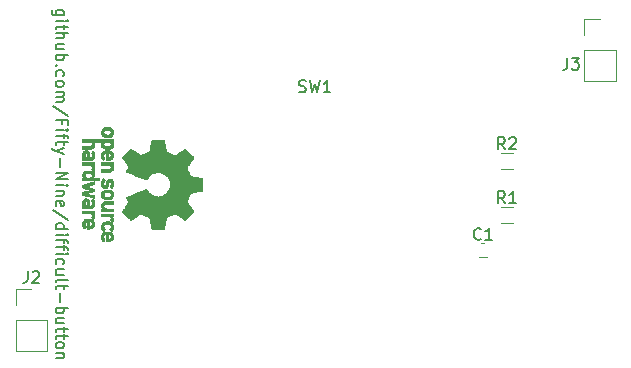
<source format=gto>
G04 #@! TF.FileFunction,Legend,Top*
%FSLAX46Y46*%
G04 Gerber Fmt 4.6, Leading zero omitted, Abs format (unit mm)*
G04 Created by KiCad (PCBNEW 4.0.6) date 08/03/17 08:27:11*
%MOMM*%
%LPD*%
G01*
G04 APERTURE LIST*
%ADD10C,0.100000*%
%ADD11C,0.150000*%
%ADD12C,0.120000*%
%ADD13C,0.010000*%
%ADD14C,2.400000*%
%ADD15R,1.400000X1.400000*%
%ADD16C,3.400000*%
%ADD17C,6.400000*%
%ADD18R,1.600000X1.150000*%
%ADD19R,1.600000X1.300000*%
%ADD20R,2.100000X2.100000*%
%ADD21O,2.100000X2.100000*%
%ADD22C,0.254000*%
G04 APERTURE END LIST*
D10*
D11*
X28662286Y-18710476D02*
X27852762Y-18710476D01*
X27757524Y-18662857D01*
X27709905Y-18615238D01*
X27662286Y-18519999D01*
X27662286Y-18377142D01*
X27709905Y-18281904D01*
X28043238Y-18710476D02*
X27995619Y-18615238D01*
X27995619Y-18424761D01*
X28043238Y-18329523D01*
X28090857Y-18281904D01*
X28186095Y-18234285D01*
X28471810Y-18234285D01*
X28567048Y-18281904D01*
X28614667Y-18329523D01*
X28662286Y-18424761D01*
X28662286Y-18615238D01*
X28614667Y-18710476D01*
X27995619Y-19186666D02*
X28662286Y-19186666D01*
X28995619Y-19186666D02*
X28948000Y-19139047D01*
X28900381Y-19186666D01*
X28948000Y-19234285D01*
X28995619Y-19186666D01*
X28900381Y-19186666D01*
X28662286Y-19519999D02*
X28662286Y-19900951D01*
X28995619Y-19662856D02*
X28138476Y-19662856D01*
X28043238Y-19710475D01*
X27995619Y-19805713D01*
X27995619Y-19900951D01*
X27995619Y-20234285D02*
X28995619Y-20234285D01*
X27995619Y-20662857D02*
X28519429Y-20662857D01*
X28614667Y-20615238D01*
X28662286Y-20520000D01*
X28662286Y-20377142D01*
X28614667Y-20281904D01*
X28567048Y-20234285D01*
X28662286Y-21567619D02*
X27995619Y-21567619D01*
X28662286Y-21139047D02*
X28138476Y-21139047D01*
X28043238Y-21186666D01*
X27995619Y-21281904D01*
X27995619Y-21424762D01*
X28043238Y-21520000D01*
X28090857Y-21567619D01*
X27995619Y-22043809D02*
X28995619Y-22043809D01*
X28614667Y-22043809D02*
X28662286Y-22139047D01*
X28662286Y-22329524D01*
X28614667Y-22424762D01*
X28567048Y-22472381D01*
X28471810Y-22520000D01*
X28186095Y-22520000D01*
X28090857Y-22472381D01*
X28043238Y-22424762D01*
X27995619Y-22329524D01*
X27995619Y-22139047D01*
X28043238Y-22043809D01*
X28090857Y-22948571D02*
X28043238Y-22996190D01*
X27995619Y-22948571D01*
X28043238Y-22900952D01*
X28090857Y-22948571D01*
X27995619Y-22948571D01*
X28043238Y-23853333D02*
X27995619Y-23758095D01*
X27995619Y-23567618D01*
X28043238Y-23472380D01*
X28090857Y-23424761D01*
X28186095Y-23377142D01*
X28471810Y-23377142D01*
X28567048Y-23424761D01*
X28614667Y-23472380D01*
X28662286Y-23567618D01*
X28662286Y-23758095D01*
X28614667Y-23853333D01*
X27995619Y-24424761D02*
X28043238Y-24329523D01*
X28090857Y-24281904D01*
X28186095Y-24234285D01*
X28471810Y-24234285D01*
X28567048Y-24281904D01*
X28614667Y-24329523D01*
X28662286Y-24424761D01*
X28662286Y-24567619D01*
X28614667Y-24662857D01*
X28567048Y-24710476D01*
X28471810Y-24758095D01*
X28186095Y-24758095D01*
X28090857Y-24710476D01*
X28043238Y-24662857D01*
X27995619Y-24567619D01*
X27995619Y-24424761D01*
X27995619Y-25186666D02*
X28662286Y-25186666D01*
X28567048Y-25186666D02*
X28614667Y-25234285D01*
X28662286Y-25329523D01*
X28662286Y-25472381D01*
X28614667Y-25567619D01*
X28519429Y-25615238D01*
X27995619Y-25615238D01*
X28519429Y-25615238D02*
X28614667Y-25662857D01*
X28662286Y-25758095D01*
X28662286Y-25900952D01*
X28614667Y-25996190D01*
X28519429Y-26043809D01*
X27995619Y-26043809D01*
X29043238Y-27234285D02*
X27757524Y-26377142D01*
X28519429Y-27900952D02*
X28519429Y-27567618D01*
X27995619Y-27567618D02*
X28995619Y-27567618D01*
X28995619Y-28043809D01*
X27995619Y-28424761D02*
X28662286Y-28424761D01*
X28995619Y-28424761D02*
X28948000Y-28377142D01*
X28900381Y-28424761D01*
X28948000Y-28472380D01*
X28995619Y-28424761D01*
X28900381Y-28424761D01*
X28662286Y-28758094D02*
X28662286Y-29139046D01*
X27995619Y-28900951D02*
X28852762Y-28900951D01*
X28948000Y-28948570D01*
X28995619Y-29043808D01*
X28995619Y-29139046D01*
X28662286Y-29329523D02*
X28662286Y-29710475D01*
X28995619Y-29472380D02*
X28138476Y-29472380D01*
X28043238Y-29519999D01*
X27995619Y-29615237D01*
X27995619Y-29710475D01*
X28662286Y-29948571D02*
X27995619Y-30186666D01*
X28662286Y-30424762D02*
X27995619Y-30186666D01*
X27757524Y-30091428D01*
X27709905Y-30043809D01*
X27662286Y-29948571D01*
X28376571Y-30805714D02*
X28376571Y-31567619D01*
X27995619Y-32043809D02*
X28995619Y-32043809D01*
X27995619Y-32615238D01*
X28995619Y-32615238D01*
X27995619Y-33091428D02*
X28662286Y-33091428D01*
X28995619Y-33091428D02*
X28948000Y-33043809D01*
X28900381Y-33091428D01*
X28948000Y-33139047D01*
X28995619Y-33091428D01*
X28900381Y-33091428D01*
X28662286Y-33567618D02*
X27995619Y-33567618D01*
X28567048Y-33567618D02*
X28614667Y-33615237D01*
X28662286Y-33710475D01*
X28662286Y-33853333D01*
X28614667Y-33948571D01*
X28519429Y-33996190D01*
X27995619Y-33996190D01*
X28043238Y-34853333D02*
X27995619Y-34758095D01*
X27995619Y-34567618D01*
X28043238Y-34472380D01*
X28138476Y-34424761D01*
X28519429Y-34424761D01*
X28614667Y-34472380D01*
X28662286Y-34567618D01*
X28662286Y-34758095D01*
X28614667Y-34853333D01*
X28519429Y-34900952D01*
X28424190Y-34900952D01*
X28328952Y-34424761D01*
X29043238Y-36043809D02*
X27757524Y-35186666D01*
X27995619Y-36805714D02*
X28995619Y-36805714D01*
X28043238Y-36805714D02*
X27995619Y-36710476D01*
X27995619Y-36519999D01*
X28043238Y-36424761D01*
X28090857Y-36377142D01*
X28186095Y-36329523D01*
X28471810Y-36329523D01*
X28567048Y-36377142D01*
X28614667Y-36424761D01*
X28662286Y-36519999D01*
X28662286Y-36710476D01*
X28614667Y-36805714D01*
X27995619Y-37281904D02*
X28662286Y-37281904D01*
X28995619Y-37281904D02*
X28948000Y-37234285D01*
X28900381Y-37281904D01*
X28948000Y-37329523D01*
X28995619Y-37281904D01*
X28900381Y-37281904D01*
X28662286Y-37615237D02*
X28662286Y-37996189D01*
X27995619Y-37758094D02*
X28852762Y-37758094D01*
X28948000Y-37805713D01*
X28995619Y-37900951D01*
X28995619Y-37996189D01*
X28662286Y-38186666D02*
X28662286Y-38567618D01*
X27995619Y-38329523D02*
X28852762Y-38329523D01*
X28948000Y-38377142D01*
X28995619Y-38472380D01*
X28995619Y-38567618D01*
X27995619Y-38900952D02*
X28662286Y-38900952D01*
X28995619Y-38900952D02*
X28948000Y-38853333D01*
X28900381Y-38900952D01*
X28948000Y-38948571D01*
X28995619Y-38900952D01*
X28900381Y-38900952D01*
X28043238Y-39805714D02*
X27995619Y-39710476D01*
X27995619Y-39519999D01*
X28043238Y-39424761D01*
X28090857Y-39377142D01*
X28186095Y-39329523D01*
X28471810Y-39329523D01*
X28567048Y-39377142D01*
X28614667Y-39424761D01*
X28662286Y-39519999D01*
X28662286Y-39710476D01*
X28614667Y-39805714D01*
X28662286Y-40662857D02*
X27995619Y-40662857D01*
X28662286Y-40234285D02*
X28138476Y-40234285D01*
X28043238Y-40281904D01*
X27995619Y-40377142D01*
X27995619Y-40520000D01*
X28043238Y-40615238D01*
X28090857Y-40662857D01*
X27995619Y-41281904D02*
X28043238Y-41186666D01*
X28138476Y-41139047D01*
X28995619Y-41139047D01*
X28662286Y-41520000D02*
X28662286Y-41900952D01*
X28995619Y-41662857D02*
X28138476Y-41662857D01*
X28043238Y-41710476D01*
X27995619Y-41805714D01*
X27995619Y-41900952D01*
X28376571Y-42234286D02*
X28376571Y-42996191D01*
X27995619Y-43472381D02*
X28995619Y-43472381D01*
X28614667Y-43472381D02*
X28662286Y-43567619D01*
X28662286Y-43758096D01*
X28614667Y-43853334D01*
X28567048Y-43900953D01*
X28471810Y-43948572D01*
X28186095Y-43948572D01*
X28090857Y-43900953D01*
X28043238Y-43853334D01*
X27995619Y-43758096D01*
X27995619Y-43567619D01*
X28043238Y-43472381D01*
X28662286Y-44805715D02*
X27995619Y-44805715D01*
X28662286Y-44377143D02*
X28138476Y-44377143D01*
X28043238Y-44424762D01*
X27995619Y-44520000D01*
X27995619Y-44662858D01*
X28043238Y-44758096D01*
X28090857Y-44805715D01*
X28662286Y-45139048D02*
X28662286Y-45520000D01*
X28995619Y-45281905D02*
X28138476Y-45281905D01*
X28043238Y-45329524D01*
X27995619Y-45424762D01*
X27995619Y-45520000D01*
X28662286Y-45710477D02*
X28662286Y-46091429D01*
X28995619Y-45853334D02*
X28138476Y-45853334D01*
X28043238Y-45900953D01*
X27995619Y-45996191D01*
X27995619Y-46091429D01*
X27995619Y-46567620D02*
X28043238Y-46472382D01*
X28090857Y-46424763D01*
X28186095Y-46377144D01*
X28471810Y-46377144D01*
X28567048Y-46424763D01*
X28614667Y-46472382D01*
X28662286Y-46567620D01*
X28662286Y-46710478D01*
X28614667Y-46805716D01*
X28567048Y-46853335D01*
X28471810Y-46900954D01*
X28186095Y-46900954D01*
X28090857Y-46853335D01*
X28043238Y-46805716D01*
X27995619Y-46710478D01*
X27995619Y-46567620D01*
X28662286Y-47329525D02*
X27995619Y-47329525D01*
X28567048Y-47329525D02*
X28614667Y-47377144D01*
X28662286Y-47472382D01*
X28662286Y-47615240D01*
X28614667Y-47710478D01*
X28519429Y-47758097D01*
X27995619Y-47758097D01*
D12*
X63808000Y-38008000D02*
X64508000Y-38008000D01*
X64508000Y-39208000D02*
X63808000Y-39208000D01*
X66690000Y-36300000D02*
X65690000Y-36300000D01*
X65690000Y-34940000D02*
X66690000Y-34940000D01*
X66690000Y-31728000D02*
X65690000Y-31728000D01*
X65690000Y-30368000D02*
X66690000Y-30368000D01*
X24604000Y-47110000D02*
X27264000Y-47110000D01*
X24604000Y-44510000D02*
X24604000Y-47110000D01*
X27264000Y-44510000D02*
X27264000Y-47110000D01*
X24604000Y-44510000D02*
X27264000Y-44510000D01*
X24604000Y-43240000D02*
X24604000Y-41910000D01*
X24604000Y-41910000D02*
X25934000Y-41910000D01*
X72734000Y-24250000D02*
X75394000Y-24250000D01*
X72734000Y-21650000D02*
X72734000Y-24250000D01*
X75394000Y-21650000D02*
X75394000Y-24250000D01*
X72734000Y-21650000D02*
X75394000Y-21650000D01*
X72734000Y-20380000D02*
X72734000Y-19050000D01*
X72734000Y-19050000D02*
X74064000Y-19050000D01*
D13*
G36*
X32834322Y-29772038D02*
X32801236Y-29846453D01*
X32752281Y-29910248D01*
X32688653Y-29959328D01*
X32627728Y-29985320D01*
X32598443Y-29990734D01*
X32549837Y-29996214D01*
X32487984Y-30001211D01*
X32418955Y-30005178D01*
X32397700Y-30006087D01*
X32265148Y-30007947D01*
X32155313Y-30002075D01*
X32066661Y-29988282D01*
X31997653Y-29966375D01*
X31971170Y-29952988D01*
X31905538Y-29900702D01*
X31857079Y-29833572D01*
X31826599Y-29756182D01*
X31814906Y-29673113D01*
X31822809Y-29588948D01*
X31851115Y-29508269D01*
X31883600Y-29456194D01*
X31903357Y-29428688D01*
X31914316Y-29410320D01*
X31915100Y-29407697D01*
X31902918Y-29405894D01*
X31868440Y-29404256D01*
X31814772Y-29402842D01*
X31745018Y-29401711D01*
X31662282Y-29400921D01*
X31569670Y-29400531D01*
X31534184Y-29400500D01*
X31153268Y-29400500D01*
X31197113Y-29457940D01*
X31224066Y-29499509D01*
X31244527Y-29542298D01*
X31250854Y-29562715D01*
X31258598Y-29626441D01*
X31258070Y-29695098D01*
X31249829Y-29758062D01*
X31238582Y-29795972D01*
X31202643Y-29856669D01*
X31150312Y-29914695D01*
X31089891Y-29961436D01*
X31066568Y-29974432D01*
X31048916Y-29982703D01*
X31031213Y-29989294D01*
X31010394Y-29994433D01*
X30983392Y-29998349D01*
X30947140Y-30001269D01*
X30898574Y-30003421D01*
X30834626Y-30005034D01*
X30752230Y-30006335D01*
X30648321Y-30007553D01*
X30616525Y-30007893D01*
X30226000Y-30012037D01*
X30226000Y-29794200D01*
X30545202Y-29794200D01*
X30664778Y-29793524D01*
X30762853Y-29791523D01*
X30838405Y-29788239D01*
X30890411Y-29783714D01*
X30914112Y-29779307D01*
X30967038Y-29751841D01*
X31011703Y-29707480D01*
X31040881Y-29654164D01*
X31046229Y-29634165D01*
X31045509Y-29581334D01*
X31028448Y-29524324D01*
X30999243Y-29473876D01*
X30973499Y-29447977D01*
X30951855Y-29434409D01*
X30925430Y-29423683D01*
X30891171Y-29415478D01*
X30846024Y-29409472D01*
X30786937Y-29405344D01*
X30710855Y-29402773D01*
X30614726Y-29401437D01*
X30527625Y-29401053D01*
X30226000Y-29400500D01*
X30226000Y-29301016D01*
X30227013Y-29252965D01*
X30229697Y-29215244D01*
X30233520Y-29194636D01*
X30234467Y-29193066D01*
X30248074Y-29191897D01*
X30285385Y-29190776D01*
X30344706Y-29189713D01*
X30424340Y-29188720D01*
X30522593Y-29187808D01*
X30637768Y-29186988D01*
X30768171Y-29186270D01*
X30912106Y-29185666D01*
X31067877Y-29185186D01*
X31233790Y-29184842D01*
X31408149Y-29184645D01*
X31542567Y-29184600D01*
X32327271Y-29184600D01*
X32327271Y-29419550D01*
X32253394Y-29420020D01*
X32200238Y-29421766D01*
X32163137Y-29425288D01*
X32137422Y-29431088D01*
X32118428Y-29439668D01*
X32113940Y-29442465D01*
X32067807Y-29486844D01*
X32039073Y-29544229D01*
X32029273Y-29607830D01*
X32039939Y-29670858D01*
X32055126Y-29702889D01*
X32079633Y-29734912D01*
X32110935Y-29758105D01*
X32153108Y-29773706D01*
X32210229Y-29782950D01*
X32286372Y-29787077D01*
X32334200Y-29787610D01*
X32403991Y-29787142D01*
X32454117Y-29785020D01*
X32490294Y-29780532D01*
X32518240Y-29772968D01*
X32543671Y-29761619D01*
X32543750Y-29761578D01*
X32593184Y-29722855D01*
X32625472Y-29670298D01*
X32639029Y-29610145D01*
X32632271Y-29548636D01*
X32609951Y-29500803D01*
X32587301Y-29471132D01*
X32562417Y-29449596D01*
X32530918Y-29434935D01*
X32488423Y-29425890D01*
X32430551Y-29421202D01*
X32352920Y-29419611D01*
X32327271Y-29419550D01*
X32327271Y-29184600D01*
X32842200Y-29184600D01*
X32842200Y-29398966D01*
X32752026Y-29406850D01*
X32784048Y-29450096D01*
X32826402Y-29526031D01*
X32848101Y-29607731D01*
X32850343Y-29691098D01*
X32834322Y-29772038D01*
X32834322Y-29772038D01*
G37*
X32834322Y-29772038D02*
X32801236Y-29846453D01*
X32752281Y-29910248D01*
X32688653Y-29959328D01*
X32627728Y-29985320D01*
X32598443Y-29990734D01*
X32549837Y-29996214D01*
X32487984Y-30001211D01*
X32418955Y-30005178D01*
X32397700Y-30006087D01*
X32265148Y-30007947D01*
X32155313Y-30002075D01*
X32066661Y-29988282D01*
X31997653Y-29966375D01*
X31971170Y-29952988D01*
X31905538Y-29900702D01*
X31857079Y-29833572D01*
X31826599Y-29756182D01*
X31814906Y-29673113D01*
X31822809Y-29588948D01*
X31851115Y-29508269D01*
X31883600Y-29456194D01*
X31903357Y-29428688D01*
X31914316Y-29410320D01*
X31915100Y-29407697D01*
X31902918Y-29405894D01*
X31868440Y-29404256D01*
X31814772Y-29402842D01*
X31745018Y-29401711D01*
X31662282Y-29400921D01*
X31569670Y-29400531D01*
X31534184Y-29400500D01*
X31153268Y-29400500D01*
X31197113Y-29457940D01*
X31224066Y-29499509D01*
X31244527Y-29542298D01*
X31250854Y-29562715D01*
X31258598Y-29626441D01*
X31258070Y-29695098D01*
X31249829Y-29758062D01*
X31238582Y-29795972D01*
X31202643Y-29856669D01*
X31150312Y-29914695D01*
X31089891Y-29961436D01*
X31066568Y-29974432D01*
X31048916Y-29982703D01*
X31031213Y-29989294D01*
X31010394Y-29994433D01*
X30983392Y-29998349D01*
X30947140Y-30001269D01*
X30898574Y-30003421D01*
X30834626Y-30005034D01*
X30752230Y-30006335D01*
X30648321Y-30007553D01*
X30616525Y-30007893D01*
X30226000Y-30012037D01*
X30226000Y-29794200D01*
X30545202Y-29794200D01*
X30664778Y-29793524D01*
X30762853Y-29791523D01*
X30838405Y-29788239D01*
X30890411Y-29783714D01*
X30914112Y-29779307D01*
X30967038Y-29751841D01*
X31011703Y-29707480D01*
X31040881Y-29654164D01*
X31046229Y-29634165D01*
X31045509Y-29581334D01*
X31028448Y-29524324D01*
X30999243Y-29473876D01*
X30973499Y-29447977D01*
X30951855Y-29434409D01*
X30925430Y-29423683D01*
X30891171Y-29415478D01*
X30846024Y-29409472D01*
X30786937Y-29405344D01*
X30710855Y-29402773D01*
X30614726Y-29401437D01*
X30527625Y-29401053D01*
X30226000Y-29400500D01*
X30226000Y-29301016D01*
X30227013Y-29252965D01*
X30229697Y-29215244D01*
X30233520Y-29194636D01*
X30234467Y-29193066D01*
X30248074Y-29191897D01*
X30285385Y-29190776D01*
X30344706Y-29189713D01*
X30424340Y-29188720D01*
X30522593Y-29187808D01*
X30637768Y-29186988D01*
X30768171Y-29186270D01*
X30912106Y-29185666D01*
X31067877Y-29185186D01*
X31233790Y-29184842D01*
X31408149Y-29184645D01*
X31542567Y-29184600D01*
X32327271Y-29184600D01*
X32327271Y-29419550D01*
X32253394Y-29420020D01*
X32200238Y-29421766D01*
X32163137Y-29425288D01*
X32137422Y-29431088D01*
X32118428Y-29439668D01*
X32113940Y-29442465D01*
X32067807Y-29486844D01*
X32039073Y-29544229D01*
X32029273Y-29607830D01*
X32039939Y-29670858D01*
X32055126Y-29702889D01*
X32079633Y-29734912D01*
X32110935Y-29758105D01*
X32153108Y-29773706D01*
X32210229Y-29782950D01*
X32286372Y-29787077D01*
X32334200Y-29787610D01*
X32403991Y-29787142D01*
X32454117Y-29785020D01*
X32490294Y-29780532D01*
X32518240Y-29772968D01*
X32543671Y-29761619D01*
X32543750Y-29761578D01*
X32593184Y-29722855D01*
X32625472Y-29670298D01*
X32639029Y-29610145D01*
X32632271Y-29548636D01*
X32609951Y-29500803D01*
X32587301Y-29471132D01*
X32562417Y-29449596D01*
X32530918Y-29434935D01*
X32488423Y-29425890D01*
X32430551Y-29421202D01*
X32352920Y-29419611D01*
X32327271Y-29419550D01*
X32327271Y-29184600D01*
X32842200Y-29184600D01*
X32842200Y-29398966D01*
X32752026Y-29406850D01*
X32784048Y-29450096D01*
X32826402Y-29526031D01*
X32848101Y-29607731D01*
X32850343Y-29691098D01*
X32834322Y-29772038D01*
G36*
X31257055Y-30627322D02*
X31251940Y-30681234D01*
X31242371Y-30726029D01*
X31230210Y-30762163D01*
X31190375Y-30835649D01*
X31134672Y-30894775D01*
X31067650Y-30935405D01*
X31024692Y-30949015D01*
X30993702Y-30952851D01*
X30940701Y-30956199D01*
X30869073Y-30958954D01*
X30782206Y-30961008D01*
X30683484Y-30962254D01*
X30593675Y-30962600D01*
X30226000Y-30962600D01*
X30226000Y-30746700D01*
X30303493Y-30746700D01*
X30268174Y-30700394D01*
X30251883Y-30677099D01*
X30241332Y-30654361D01*
X30235089Y-30625657D01*
X30231723Y-30584463D01*
X30229836Y-30525769D01*
X30229549Y-30467683D01*
X30231239Y-30416162D01*
X30234572Y-30378463D01*
X30237184Y-30365617D01*
X30274721Y-30286103D01*
X30328048Y-30222494D01*
X30393324Y-30175909D01*
X30466707Y-30147465D01*
X30544356Y-30138279D01*
X30546994Y-30138657D01*
X30546994Y-30346561D01*
X30502337Y-30355456D01*
X30464756Y-30384474D01*
X30449860Y-30407524D01*
X30438994Y-30444431D01*
X30432066Y-30497423D01*
X30429348Y-30557452D01*
X30431108Y-30615470D01*
X30437618Y-30662427D01*
X30441820Y-30676637D01*
X30466737Y-30708674D01*
X30510933Y-30732288D01*
X30569018Y-30745092D01*
X30600243Y-30746700D01*
X30657800Y-30746700D01*
X30657800Y-30604726D01*
X30656008Y-30521611D01*
X30649923Y-30459736D01*
X30638482Y-30415146D01*
X30620622Y-30383889D01*
X30595280Y-30362009D01*
X30592025Y-30360026D01*
X30546994Y-30346561D01*
X30546994Y-30138657D01*
X30622431Y-30149468D01*
X30697090Y-30182151D01*
X30744761Y-30217960D01*
X30774338Y-30248234D01*
X30796362Y-30280660D01*
X30812022Y-30319646D01*
X30822506Y-30369598D01*
X30829002Y-30434925D01*
X30832697Y-30520035D01*
X30833363Y-30546675D01*
X30837832Y-30746700D01*
X30905858Y-30746700D01*
X30965521Y-30740041D01*
X31007524Y-30718037D01*
X31035362Y-30677645D01*
X31051832Y-30619700D01*
X31059060Y-30534346D01*
X31048279Y-30458926D01*
X31020176Y-30397907D01*
X31017014Y-30393532D01*
X30985575Y-30351514D01*
X31018368Y-30304632D01*
X31047146Y-30264921D01*
X31076592Y-30226358D01*
X31081947Y-30219650D01*
X31112731Y-30181550D01*
X31163371Y-30234698D01*
X31204458Y-30286537D01*
X31232946Y-30344896D01*
X31250331Y-30414813D01*
X31258108Y-30501322D01*
X31258842Y-30556200D01*
X31257055Y-30627322D01*
X31257055Y-30627322D01*
G37*
X31257055Y-30627322D02*
X31251940Y-30681234D01*
X31242371Y-30726029D01*
X31230210Y-30762163D01*
X31190375Y-30835649D01*
X31134672Y-30894775D01*
X31067650Y-30935405D01*
X31024692Y-30949015D01*
X30993702Y-30952851D01*
X30940701Y-30956199D01*
X30869073Y-30958954D01*
X30782206Y-30961008D01*
X30683484Y-30962254D01*
X30593675Y-30962600D01*
X30226000Y-30962600D01*
X30226000Y-30746700D01*
X30303493Y-30746700D01*
X30268174Y-30700394D01*
X30251883Y-30677099D01*
X30241332Y-30654361D01*
X30235089Y-30625657D01*
X30231723Y-30584463D01*
X30229836Y-30525769D01*
X30229549Y-30467683D01*
X30231239Y-30416162D01*
X30234572Y-30378463D01*
X30237184Y-30365617D01*
X30274721Y-30286103D01*
X30328048Y-30222494D01*
X30393324Y-30175909D01*
X30466707Y-30147465D01*
X30544356Y-30138279D01*
X30546994Y-30138657D01*
X30546994Y-30346561D01*
X30502337Y-30355456D01*
X30464756Y-30384474D01*
X30449860Y-30407524D01*
X30438994Y-30444431D01*
X30432066Y-30497423D01*
X30429348Y-30557452D01*
X30431108Y-30615470D01*
X30437618Y-30662427D01*
X30441820Y-30676637D01*
X30466737Y-30708674D01*
X30510933Y-30732288D01*
X30569018Y-30745092D01*
X30600243Y-30746700D01*
X30657800Y-30746700D01*
X30657800Y-30604726D01*
X30656008Y-30521611D01*
X30649923Y-30459736D01*
X30638482Y-30415146D01*
X30620622Y-30383889D01*
X30595280Y-30362009D01*
X30592025Y-30360026D01*
X30546994Y-30346561D01*
X30546994Y-30138657D01*
X30622431Y-30149468D01*
X30697090Y-30182151D01*
X30744761Y-30217960D01*
X30774338Y-30248234D01*
X30796362Y-30280660D01*
X30812022Y-30319646D01*
X30822506Y-30369598D01*
X30829002Y-30434925D01*
X30832697Y-30520035D01*
X30833363Y-30546675D01*
X30837832Y-30746700D01*
X30905858Y-30746700D01*
X30965521Y-30740041D01*
X31007524Y-30718037D01*
X31035362Y-30677645D01*
X31051832Y-30619700D01*
X31059060Y-30534346D01*
X31048279Y-30458926D01*
X31020176Y-30397907D01*
X31017014Y-30393532D01*
X30985575Y-30351514D01*
X31018368Y-30304632D01*
X31047146Y-30264921D01*
X31076592Y-30226358D01*
X31081947Y-30219650D01*
X31112731Y-30181550D01*
X31163371Y-30234698D01*
X31204458Y-30286537D01*
X31232946Y-30344896D01*
X31250331Y-30414813D01*
X31258108Y-30501322D01*
X31258842Y-30556200D01*
X31257055Y-30627322D01*
G36*
X31258823Y-31684516D02*
X31237080Y-31769872D01*
X31224585Y-31797625D01*
X31205428Y-31833236D01*
X31190315Y-31857428D01*
X31183722Y-31864300D01*
X31171210Y-31856783D01*
X31145165Y-31837205D01*
X31110993Y-31810022D01*
X31074098Y-31779693D01*
X31039886Y-31750674D01*
X31013763Y-31727422D01*
X31001133Y-31714395D01*
X31000700Y-31713376D01*
X31005767Y-31699302D01*
X31018639Y-31670496D01*
X31027221Y-31652435D01*
X31046103Y-31587460D01*
X31041010Y-31524618D01*
X31013295Y-31467933D01*
X30964313Y-31421425D01*
X30945604Y-31410021D01*
X30930379Y-31403257D01*
X30910174Y-31397901D01*
X30881869Y-31393736D01*
X30842342Y-31390551D01*
X30788470Y-31388129D01*
X30717133Y-31386257D01*
X30625208Y-31384721D01*
X30565725Y-31383953D01*
X30226000Y-31379856D01*
X30226000Y-31281295D01*
X30227023Y-31233471D01*
X30229729Y-31195998D01*
X30233580Y-31175693D01*
X30234467Y-31174266D01*
X30248617Y-31172413D01*
X30285411Y-31170699D01*
X30342097Y-31169171D01*
X30415920Y-31167874D01*
X30504124Y-31166853D01*
X30603956Y-31166154D01*
X30712662Y-31165821D01*
X30748817Y-31165800D01*
X31254700Y-31165800D01*
X31254700Y-31381700D01*
X31153268Y-31381700D01*
X31197113Y-31439140D01*
X31238388Y-31513260D01*
X31259108Y-31597016D01*
X31258823Y-31684516D01*
X31258823Y-31684516D01*
G37*
X31258823Y-31684516D02*
X31237080Y-31769872D01*
X31224585Y-31797625D01*
X31205428Y-31833236D01*
X31190315Y-31857428D01*
X31183722Y-31864300D01*
X31171210Y-31856783D01*
X31145165Y-31837205D01*
X31110993Y-31810022D01*
X31074098Y-31779693D01*
X31039886Y-31750674D01*
X31013763Y-31727422D01*
X31001133Y-31714395D01*
X31000700Y-31713376D01*
X31005767Y-31699302D01*
X31018639Y-31670496D01*
X31027221Y-31652435D01*
X31046103Y-31587460D01*
X31041010Y-31524618D01*
X31013295Y-31467933D01*
X30964313Y-31421425D01*
X30945604Y-31410021D01*
X30930379Y-31403257D01*
X30910174Y-31397901D01*
X30881869Y-31393736D01*
X30842342Y-31390551D01*
X30788470Y-31388129D01*
X30717133Y-31386257D01*
X30625208Y-31384721D01*
X30565725Y-31383953D01*
X30226000Y-31379856D01*
X30226000Y-31281295D01*
X30227023Y-31233471D01*
X30229729Y-31195998D01*
X30233580Y-31175693D01*
X30234467Y-31174266D01*
X30248617Y-31172413D01*
X30285411Y-31170699D01*
X30342097Y-31169171D01*
X30415920Y-31167874D01*
X30504124Y-31166853D01*
X30603956Y-31166154D01*
X30712662Y-31165821D01*
X30748817Y-31165800D01*
X31254700Y-31165800D01*
X31254700Y-31381700D01*
X31153268Y-31381700D01*
X31197113Y-31439140D01*
X31238388Y-31513260D01*
X31259108Y-31597016D01*
X31258823Y-31684516D01*
G36*
X30226000Y-32677100D02*
X30226000Y-32461200D01*
X30332028Y-32461200D01*
X30305203Y-32432625D01*
X30262830Y-32370302D01*
X30235932Y-32294063D01*
X30225323Y-32210730D01*
X30231817Y-32127128D01*
X30256228Y-32050083D01*
X30258896Y-32044573D01*
X30308886Y-31970538D01*
X30374825Y-31914980D01*
X30441498Y-31884050D01*
X30501775Y-31870168D01*
X30578305Y-31860851D01*
X30665528Y-31855953D01*
X30718405Y-31855599D01*
X30718405Y-32071734D01*
X30644428Y-32077270D01*
X30564995Y-32092364D01*
X30507634Y-32115899D01*
X30469756Y-32150237D01*
X30448771Y-32197739D01*
X30442092Y-32260767D01*
X30442088Y-32261805D01*
X30445885Y-32306839D01*
X30455642Y-32347324D01*
X30460301Y-32358344D01*
X30485609Y-32393706D01*
X30522230Y-32419285D01*
X30574866Y-32437416D01*
X30644943Y-32449995D01*
X30717828Y-32455781D01*
X30793239Y-32454920D01*
X30864404Y-32448085D01*
X30924550Y-32435951D01*
X30966906Y-32419194D01*
X30969300Y-32417688D01*
X31013841Y-32375892D01*
X31038276Y-32320813D01*
X31044243Y-32264350D01*
X31035196Y-32196513D01*
X31007139Y-32144154D01*
X30969132Y-32110900D01*
X30927363Y-32093192D01*
X30867203Y-32080301D01*
X30795327Y-32072918D01*
X30718405Y-32071734D01*
X30718405Y-31855599D01*
X30757887Y-31855333D01*
X30849823Y-31858845D01*
X30935779Y-31866348D01*
X31010196Y-31877696D01*
X31067515Y-31892747D01*
X31086263Y-31900697D01*
X31157536Y-31950656D01*
X31211036Y-32017463D01*
X31245156Y-32098371D01*
X31258286Y-32190636D01*
X31258352Y-32194500D01*
X31250104Y-32277348D01*
X31225213Y-32355227D01*
X31186514Y-32419978D01*
X31175666Y-32432466D01*
X31148673Y-32461200D01*
X31661100Y-32461200D01*
X31661100Y-32677100D01*
X30226000Y-32677100D01*
X30226000Y-32677100D01*
G37*
X30226000Y-32677100D02*
X30226000Y-32461200D01*
X30332028Y-32461200D01*
X30305203Y-32432625D01*
X30262830Y-32370302D01*
X30235932Y-32294063D01*
X30225323Y-32210730D01*
X30231817Y-32127128D01*
X30256228Y-32050083D01*
X30258896Y-32044573D01*
X30308886Y-31970538D01*
X30374825Y-31914980D01*
X30441498Y-31884050D01*
X30501775Y-31870168D01*
X30578305Y-31860851D01*
X30665528Y-31855953D01*
X30718405Y-31855599D01*
X30718405Y-32071734D01*
X30644428Y-32077270D01*
X30564995Y-32092364D01*
X30507634Y-32115899D01*
X30469756Y-32150237D01*
X30448771Y-32197739D01*
X30442092Y-32260767D01*
X30442088Y-32261805D01*
X30445885Y-32306839D01*
X30455642Y-32347324D01*
X30460301Y-32358344D01*
X30485609Y-32393706D01*
X30522230Y-32419285D01*
X30574866Y-32437416D01*
X30644943Y-32449995D01*
X30717828Y-32455781D01*
X30793239Y-32454920D01*
X30864404Y-32448085D01*
X30924550Y-32435951D01*
X30966906Y-32419194D01*
X30969300Y-32417688D01*
X31013841Y-32375892D01*
X31038276Y-32320813D01*
X31044243Y-32264350D01*
X31035196Y-32196513D01*
X31007139Y-32144154D01*
X30969132Y-32110900D01*
X30927363Y-32093192D01*
X30867203Y-32080301D01*
X30795327Y-32072918D01*
X30718405Y-32071734D01*
X30718405Y-31855599D01*
X30757887Y-31855333D01*
X30849823Y-31858845D01*
X30935779Y-31866348D01*
X31010196Y-31877696D01*
X31067515Y-31892747D01*
X31086263Y-31900697D01*
X31157536Y-31950656D01*
X31211036Y-32017463D01*
X31245156Y-32098371D01*
X31258286Y-32190636D01*
X31258352Y-32194500D01*
X31250104Y-32277348D01*
X31225213Y-32355227D01*
X31186514Y-32419978D01*
X31175666Y-32432466D01*
X31148673Y-32461200D01*
X31661100Y-32461200D01*
X31661100Y-32677100D01*
X30226000Y-32677100D01*
G36*
X31190507Y-33011507D02*
X31159158Y-33020434D01*
X31107955Y-33034710D01*
X31041563Y-33053047D01*
X30964645Y-33074159D01*
X30881867Y-33096760D01*
X30853957Y-33104353D01*
X30775162Y-33126074D01*
X30705310Y-33145912D01*
X30647888Y-33162828D01*
X30606385Y-33175784D01*
X30584289Y-33183740D01*
X30581600Y-33185464D01*
X30593187Y-33191057D01*
X30625889Y-33203294D01*
X30676620Y-33221114D01*
X30742294Y-33243451D01*
X30819823Y-33269244D01*
X30906120Y-33297429D01*
X30914975Y-33300294D01*
X31248350Y-33408042D01*
X31248350Y-33570007D01*
X30908791Y-33678766D01*
X30821837Y-33707075D01*
X30744208Y-33733235D01*
X30678787Y-33756202D01*
X30628454Y-33774932D01*
X30596090Y-33788383D01*
X30584576Y-33795510D01*
X30584941Y-33796041D01*
X30601047Y-33801544D01*
X30638249Y-33812621D01*
X30693100Y-33828298D01*
X30762154Y-33847601D01*
X30841965Y-33869555D01*
X30918150Y-33890238D01*
X31004201Y-33913693D01*
X31082170Y-33935390D01*
X31148690Y-33954356D01*
X31200390Y-33969618D01*
X31233904Y-33980201D01*
X31245699Y-33984893D01*
X31249864Y-34000899D01*
X31252261Y-34035792D01*
X31252539Y-34083097D01*
X31252049Y-34102014D01*
X31248350Y-34210160D01*
X30740350Y-34048141D01*
X30232350Y-33886121D01*
X30228674Y-33791449D01*
X30224998Y-33696776D01*
X30558874Y-33598073D01*
X30646800Y-33571893D01*
X30726694Y-33547747D01*
X30795327Y-33526642D01*
X30849469Y-33509580D01*
X30885890Y-33497568D01*
X30901362Y-33491608D01*
X30901561Y-33491459D01*
X30892216Y-33485968D01*
X30861456Y-33474376D01*
X30812259Y-33457663D01*
X30747603Y-33436807D01*
X30670466Y-33412786D01*
X30583828Y-33386579D01*
X30568277Y-33381950D01*
X30226182Y-33280350D01*
X30226091Y-33189024D01*
X30227277Y-33143540D01*
X30230485Y-33109054D01*
X30235048Y-33092438D01*
X30235525Y-33092040D01*
X30249329Y-33087077D01*
X30284728Y-33075287D01*
X30339107Y-33057515D01*
X30409847Y-33034610D01*
X30494332Y-33007416D01*
X30589944Y-32976780D01*
X30694067Y-32943548D01*
X30734000Y-32930836D01*
X30840887Y-32896810D01*
X30940486Y-32865060D01*
X31030136Y-32836438D01*
X31107175Y-32811794D01*
X31168943Y-32791982D01*
X31212778Y-32777851D01*
X31236019Y-32770255D01*
X31238825Y-32769286D01*
X31246741Y-32772838D01*
X31251705Y-32792859D01*
X31254186Y-32832564D01*
X31254700Y-32877985D01*
X31254700Y-32992689D01*
X31190507Y-33011507D01*
X31190507Y-33011507D01*
G37*
X31190507Y-33011507D02*
X31159158Y-33020434D01*
X31107955Y-33034710D01*
X31041563Y-33053047D01*
X30964645Y-33074159D01*
X30881867Y-33096760D01*
X30853957Y-33104353D01*
X30775162Y-33126074D01*
X30705310Y-33145912D01*
X30647888Y-33162828D01*
X30606385Y-33175784D01*
X30584289Y-33183740D01*
X30581600Y-33185464D01*
X30593187Y-33191057D01*
X30625889Y-33203294D01*
X30676620Y-33221114D01*
X30742294Y-33243451D01*
X30819823Y-33269244D01*
X30906120Y-33297429D01*
X30914975Y-33300294D01*
X31248350Y-33408042D01*
X31248350Y-33570007D01*
X30908791Y-33678766D01*
X30821837Y-33707075D01*
X30744208Y-33733235D01*
X30678787Y-33756202D01*
X30628454Y-33774932D01*
X30596090Y-33788383D01*
X30584576Y-33795510D01*
X30584941Y-33796041D01*
X30601047Y-33801544D01*
X30638249Y-33812621D01*
X30693100Y-33828298D01*
X30762154Y-33847601D01*
X30841965Y-33869555D01*
X30918150Y-33890238D01*
X31004201Y-33913693D01*
X31082170Y-33935390D01*
X31148690Y-33954356D01*
X31200390Y-33969618D01*
X31233904Y-33980201D01*
X31245699Y-33984893D01*
X31249864Y-34000899D01*
X31252261Y-34035792D01*
X31252539Y-34083097D01*
X31252049Y-34102014D01*
X31248350Y-34210160D01*
X30740350Y-34048141D01*
X30232350Y-33886121D01*
X30228674Y-33791449D01*
X30224998Y-33696776D01*
X30558874Y-33598073D01*
X30646800Y-33571893D01*
X30726694Y-33547747D01*
X30795327Y-33526642D01*
X30849469Y-33509580D01*
X30885890Y-33497568D01*
X30901362Y-33491608D01*
X30901561Y-33491459D01*
X30892216Y-33485968D01*
X30861456Y-33474376D01*
X30812259Y-33457663D01*
X30747603Y-33436807D01*
X30670466Y-33412786D01*
X30583828Y-33386579D01*
X30568277Y-33381950D01*
X30226182Y-33280350D01*
X30226091Y-33189024D01*
X30227277Y-33143540D01*
X30230485Y-33109054D01*
X30235048Y-33092438D01*
X30235525Y-33092040D01*
X30249329Y-33087077D01*
X30284728Y-33075287D01*
X30339107Y-33057515D01*
X30409847Y-33034610D01*
X30494332Y-33007416D01*
X30589944Y-32976780D01*
X30694067Y-32943548D01*
X30734000Y-32930836D01*
X30840887Y-32896810D01*
X30940486Y-32865060D01*
X31030136Y-32836438D01*
X31107175Y-32811794D01*
X31168943Y-32791982D01*
X31212778Y-32777851D01*
X31236019Y-32770255D01*
X31238825Y-32769286D01*
X31246741Y-32772838D01*
X31251705Y-32792859D01*
X31254186Y-32832564D01*
X31254700Y-32877985D01*
X31254700Y-32992689D01*
X31190507Y-33011507D01*
G36*
X31252611Y-34741602D02*
X31239011Y-34809687D01*
X31238608Y-34811040D01*
X31206338Y-34884154D01*
X31158607Y-34947575D01*
X31100751Y-34994893D01*
X31074016Y-35008724D01*
X31056095Y-35015360D01*
X31034663Y-35020711D01*
X31006742Y-35024962D01*
X30969356Y-35028298D01*
X30919528Y-35030902D01*
X30854281Y-35032961D01*
X30770639Y-35034658D01*
X30665625Y-35036179D01*
X30622875Y-35036708D01*
X30226000Y-35041477D01*
X30226000Y-34823400D01*
X30273625Y-34823013D01*
X30302512Y-34821725D01*
X30309067Y-34817355D01*
X30297820Y-34809008D01*
X30278299Y-34789393D01*
X30257244Y-34756405D01*
X30250474Y-34742719D01*
X30235975Y-34692819D01*
X30228045Y-34627223D01*
X30226779Y-34554791D01*
X30232270Y-34484389D01*
X30244612Y-34424878D01*
X30247028Y-34417529D01*
X30286609Y-34339461D01*
X30342935Y-34278806D01*
X30412961Y-34237053D01*
X30493643Y-34215692D01*
X30562882Y-34216099D01*
X30562882Y-34420224D01*
X30519053Y-34420890D01*
X30478296Y-34442552D01*
X30454254Y-34471315D01*
X30439789Y-34510533D01*
X30431004Y-34565774D01*
X30428080Y-34628265D01*
X30431200Y-34689230D01*
X30440544Y-34739896D01*
X30448271Y-34759939D01*
X30479342Y-34793090D01*
X30530788Y-34814524D01*
X30599934Y-34823194D01*
X30610175Y-34823329D01*
X30657800Y-34823400D01*
X30657781Y-34674175D01*
X30656843Y-34602572D01*
X30653638Y-34550891D01*
X30647543Y-34513710D01*
X30637934Y-34485605D01*
X30635556Y-34480636D01*
X30603732Y-34440243D01*
X30562882Y-34420224D01*
X30562882Y-34216099D01*
X30581935Y-34216212D01*
X30635923Y-34227263D01*
X30693482Y-34254317D01*
X30748405Y-34299834D01*
X30793255Y-34357334D01*
X30801245Y-34371347D01*
X30811966Y-34394115D01*
X30819751Y-34418985D01*
X30825204Y-34450717D01*
X30828928Y-34494077D01*
X30831527Y-34553825D01*
X30833388Y-34624818D01*
X30837884Y-34826287D01*
X30913435Y-34820822D01*
X30971010Y-34812052D01*
X31009568Y-34792567D01*
X31034326Y-34757675D01*
X31050495Y-34702682D01*
X31051762Y-34696302D01*
X31059684Y-34617692D01*
X31052958Y-34546660D01*
X31032443Y-34489097D01*
X31018486Y-34468613D01*
X30998577Y-34442838D01*
X30988359Y-34425477D01*
X30988000Y-34423727D01*
X30995396Y-34408822D01*
X31014378Y-34381350D01*
X31040142Y-34347368D01*
X31067881Y-34312932D01*
X31092791Y-34284099D01*
X31110065Y-34266924D01*
X31114265Y-34264600D01*
X31133455Y-34274979D01*
X31159406Y-34302062D01*
X31187661Y-34339765D01*
X31213762Y-34382004D01*
X31233249Y-34422694D01*
X31236311Y-34431146D01*
X31250877Y-34495640D01*
X31258487Y-34575160D01*
X31259083Y-34660287D01*
X31252611Y-34741602D01*
X31252611Y-34741602D01*
G37*
X31252611Y-34741602D02*
X31239011Y-34809687D01*
X31238608Y-34811040D01*
X31206338Y-34884154D01*
X31158607Y-34947575D01*
X31100751Y-34994893D01*
X31074016Y-35008724D01*
X31056095Y-35015360D01*
X31034663Y-35020711D01*
X31006742Y-35024962D01*
X30969356Y-35028298D01*
X30919528Y-35030902D01*
X30854281Y-35032961D01*
X30770639Y-35034658D01*
X30665625Y-35036179D01*
X30622875Y-35036708D01*
X30226000Y-35041477D01*
X30226000Y-34823400D01*
X30273625Y-34823013D01*
X30302512Y-34821725D01*
X30309067Y-34817355D01*
X30297820Y-34809008D01*
X30278299Y-34789393D01*
X30257244Y-34756405D01*
X30250474Y-34742719D01*
X30235975Y-34692819D01*
X30228045Y-34627223D01*
X30226779Y-34554791D01*
X30232270Y-34484389D01*
X30244612Y-34424878D01*
X30247028Y-34417529D01*
X30286609Y-34339461D01*
X30342935Y-34278806D01*
X30412961Y-34237053D01*
X30493643Y-34215692D01*
X30562882Y-34216099D01*
X30562882Y-34420224D01*
X30519053Y-34420890D01*
X30478296Y-34442552D01*
X30454254Y-34471315D01*
X30439789Y-34510533D01*
X30431004Y-34565774D01*
X30428080Y-34628265D01*
X30431200Y-34689230D01*
X30440544Y-34739896D01*
X30448271Y-34759939D01*
X30479342Y-34793090D01*
X30530788Y-34814524D01*
X30599934Y-34823194D01*
X30610175Y-34823329D01*
X30657800Y-34823400D01*
X30657781Y-34674175D01*
X30656843Y-34602572D01*
X30653638Y-34550891D01*
X30647543Y-34513710D01*
X30637934Y-34485605D01*
X30635556Y-34480636D01*
X30603732Y-34440243D01*
X30562882Y-34420224D01*
X30562882Y-34216099D01*
X30581935Y-34216212D01*
X30635923Y-34227263D01*
X30693482Y-34254317D01*
X30748405Y-34299834D01*
X30793255Y-34357334D01*
X30801245Y-34371347D01*
X30811966Y-34394115D01*
X30819751Y-34418985D01*
X30825204Y-34450717D01*
X30828928Y-34494077D01*
X30831527Y-34553825D01*
X30833388Y-34624818D01*
X30837884Y-34826287D01*
X30913435Y-34820822D01*
X30971010Y-34812052D01*
X31009568Y-34792567D01*
X31034326Y-34757675D01*
X31050495Y-34702682D01*
X31051762Y-34696302D01*
X31059684Y-34617692D01*
X31052958Y-34546660D01*
X31032443Y-34489097D01*
X31018486Y-34468613D01*
X30998577Y-34442838D01*
X30988359Y-34425477D01*
X30988000Y-34423727D01*
X30995396Y-34408822D01*
X31014378Y-34381350D01*
X31040142Y-34347368D01*
X31067881Y-34312932D01*
X31092791Y-34284099D01*
X31110065Y-34266924D01*
X31114265Y-34264600D01*
X31133455Y-34274979D01*
X31159406Y-34302062D01*
X31187661Y-34339765D01*
X31213762Y-34382004D01*
X31233249Y-34422694D01*
X31236311Y-34431146D01*
X31250877Y-34495640D01*
X31258487Y-34575160D01*
X31259083Y-34660287D01*
X31252611Y-34741602D01*
G36*
X31242449Y-35828303D02*
X31212095Y-35894791D01*
X31182764Y-35943390D01*
X31094907Y-35869980D01*
X31055452Y-35837056D01*
X31023881Y-35810793D01*
X31004895Y-35795099D01*
X31001669Y-35792495D01*
X31003759Y-35779909D01*
X31014961Y-35752097D01*
X31025367Y-35730195D01*
X31046486Y-35664555D01*
X31042564Y-35602804D01*
X31013723Y-35545375D01*
X30960087Y-35492703D01*
X30957739Y-35490934D01*
X30946051Y-35483142D01*
X30932217Y-35477011D01*
X30913145Y-35472297D01*
X30885740Y-35468757D01*
X30846910Y-35466149D01*
X30793562Y-35464230D01*
X30722601Y-35462757D01*
X30630936Y-35461486D01*
X30574349Y-35460828D01*
X30226000Y-35456907D01*
X30226000Y-35242500D01*
X31254700Y-35242500D01*
X31254700Y-35458400D01*
X31148348Y-35458400D01*
X31180923Y-35493325D01*
X31213836Y-35533827D01*
X31235588Y-35576166D01*
X31250960Y-35630528D01*
X31255222Y-35651652D01*
X31259942Y-35740305D01*
X31242449Y-35828303D01*
X31242449Y-35828303D01*
G37*
X31242449Y-35828303D02*
X31212095Y-35894791D01*
X31182764Y-35943390D01*
X31094907Y-35869980D01*
X31055452Y-35837056D01*
X31023881Y-35810793D01*
X31004895Y-35795099D01*
X31001669Y-35792495D01*
X31003759Y-35779909D01*
X31014961Y-35752097D01*
X31025367Y-35730195D01*
X31046486Y-35664555D01*
X31042564Y-35602804D01*
X31013723Y-35545375D01*
X30960087Y-35492703D01*
X30957739Y-35490934D01*
X30946051Y-35483142D01*
X30932217Y-35477011D01*
X30913145Y-35472297D01*
X30885740Y-35468757D01*
X30846910Y-35466149D01*
X30793562Y-35464230D01*
X30722601Y-35462757D01*
X30630936Y-35461486D01*
X30574349Y-35460828D01*
X30226000Y-35456907D01*
X30226000Y-35242500D01*
X31254700Y-35242500D01*
X31254700Y-35458400D01*
X31148348Y-35458400D01*
X31180923Y-35493325D01*
X31213836Y-35533827D01*
X31235588Y-35576166D01*
X31250960Y-35630528D01*
X31255222Y-35651652D01*
X31259942Y-35740305D01*
X31242449Y-35828303D01*
G36*
X31251708Y-36445955D02*
X31222060Y-36535695D01*
X31191266Y-36590966D01*
X31132707Y-36660403D01*
X31060141Y-36711803D01*
X30971831Y-36745928D01*
X30866044Y-36763540D01*
X30791014Y-36766500D01*
X30657800Y-36766500D01*
X30657800Y-36141373D01*
X30610175Y-36150202D01*
X30538366Y-36174784D01*
X30483443Y-36217695D01*
X30446927Y-36277038D01*
X30430342Y-36350914D01*
X30429479Y-36375469D01*
X30436143Y-36435310D01*
X30453509Y-36493364D01*
X30478358Y-36540758D01*
X30497038Y-36561680D01*
X30511237Y-36575660D01*
X30516391Y-36590180D01*
X30510745Y-36609129D01*
X30492543Y-36636398D01*
X30460031Y-36675879D01*
X30429897Y-36710496D01*
X30389256Y-36756784D01*
X30351370Y-36720488D01*
X30326098Y-36690058D01*
X30297266Y-36646195D01*
X30272918Y-36601873D01*
X30253716Y-36560451D01*
X30241494Y-36525001D01*
X30234511Y-36487070D01*
X30231025Y-36438203D01*
X30229717Y-36392202D01*
X30229586Y-36334316D01*
X30231391Y-36283001D01*
X30234782Y-36245552D01*
X30237327Y-36233100D01*
X30280525Y-36139584D01*
X30344443Y-36059427D01*
X30420564Y-35999562D01*
X30494795Y-35965698D01*
X30585683Y-35943449D01*
X30687244Y-35932915D01*
X30793495Y-35934197D01*
X30835600Y-35939492D01*
X30835600Y-36141373D01*
X30835600Y-36550600D01*
X30864660Y-36550600D01*
X30915977Y-36539774D01*
X30968368Y-36511062D01*
X31013349Y-36470113D01*
X31036344Y-36436300D01*
X31057389Y-36370728D01*
X31055303Y-36306727D01*
X31032235Y-36248317D01*
X30990338Y-36199514D01*
X30931761Y-36164339D01*
X30883225Y-36150202D01*
X30835600Y-36141373D01*
X30835600Y-35939492D01*
X30898450Y-35947398D01*
X30996127Y-35972619D01*
X31038800Y-35989081D01*
X31115802Y-36035753D01*
X31177532Y-36099485D01*
X31222989Y-36176324D01*
X31251171Y-36262317D01*
X31261078Y-36353512D01*
X31251708Y-36445955D01*
X31251708Y-36445955D01*
G37*
X31251708Y-36445955D02*
X31222060Y-36535695D01*
X31191266Y-36590966D01*
X31132707Y-36660403D01*
X31060141Y-36711803D01*
X30971831Y-36745928D01*
X30866044Y-36763540D01*
X30791014Y-36766500D01*
X30657800Y-36766500D01*
X30657800Y-36141373D01*
X30610175Y-36150202D01*
X30538366Y-36174784D01*
X30483443Y-36217695D01*
X30446927Y-36277038D01*
X30430342Y-36350914D01*
X30429479Y-36375469D01*
X30436143Y-36435310D01*
X30453509Y-36493364D01*
X30478358Y-36540758D01*
X30497038Y-36561680D01*
X30511237Y-36575660D01*
X30516391Y-36590180D01*
X30510745Y-36609129D01*
X30492543Y-36636398D01*
X30460031Y-36675879D01*
X30429897Y-36710496D01*
X30389256Y-36756784D01*
X30351370Y-36720488D01*
X30326098Y-36690058D01*
X30297266Y-36646195D01*
X30272918Y-36601873D01*
X30253716Y-36560451D01*
X30241494Y-36525001D01*
X30234511Y-36487070D01*
X30231025Y-36438203D01*
X30229717Y-36392202D01*
X30229586Y-36334316D01*
X30231391Y-36283001D01*
X30234782Y-36245552D01*
X30237327Y-36233100D01*
X30280525Y-36139584D01*
X30344443Y-36059427D01*
X30420564Y-35999562D01*
X30494795Y-35965698D01*
X30585683Y-35943449D01*
X30687244Y-35932915D01*
X30793495Y-35934197D01*
X30835600Y-35939492D01*
X30835600Y-36141373D01*
X30835600Y-36550600D01*
X30864660Y-36550600D01*
X30915977Y-36539774D01*
X30968368Y-36511062D01*
X31013349Y-36470113D01*
X31036344Y-36436300D01*
X31057389Y-36370728D01*
X31055303Y-36306727D01*
X31032235Y-36248317D01*
X30990338Y-36199514D01*
X30931761Y-36164339D01*
X30883225Y-36150202D01*
X30835600Y-36141373D01*
X30835600Y-35939492D01*
X30898450Y-35947398D01*
X30996127Y-35972619D01*
X31038800Y-35989081D01*
X31115802Y-36035753D01*
X31177532Y-36099485D01*
X31222989Y-36176324D01*
X31251171Y-36262317D01*
X31261078Y-36353512D01*
X31251708Y-36445955D01*
G36*
X32847634Y-28684616D02*
X32821681Y-28779370D01*
X32776053Y-28862287D01*
X32712575Y-28930698D01*
X32633073Y-28981936D01*
X32559210Y-29008757D01*
X32509290Y-29017175D01*
X32441637Y-29022655D01*
X32363747Y-29025197D01*
X32283118Y-29024802D01*
X32207245Y-29021469D01*
X32143625Y-29015199D01*
X32109191Y-29008757D01*
X32019780Y-28973589D01*
X31944322Y-28919329D01*
X31884487Y-28849114D01*
X31841946Y-28766084D01*
X31818367Y-28673380D01*
X31815423Y-28574140D01*
X31830798Y-28485472D01*
X31867849Y-28395503D01*
X31926058Y-28317730D01*
X32002966Y-28254997D01*
X32054155Y-28227091D01*
X32077724Y-28217260D01*
X32102437Y-28210158D01*
X32132835Y-28205353D01*
X32173461Y-28202410D01*
X32228854Y-28200895D01*
X32303557Y-28200376D01*
X32332607Y-28200352D01*
X32332607Y-28408376D01*
X32267113Y-28409071D01*
X32220302Y-28411818D01*
X32185477Y-28417603D01*
X32155944Y-28427415D01*
X32133830Y-28437712D01*
X32078388Y-28476119D01*
X32044958Y-28525605D01*
X32032181Y-28588665D01*
X32032883Y-28623151D01*
X32042654Y-28678557D01*
X32061044Y-28721159D01*
X32063567Y-28724751D01*
X32092127Y-28757942D01*
X32123621Y-28781472D01*
X32162932Y-28796878D01*
X32214943Y-28805699D01*
X32284537Y-28809470D01*
X32334200Y-28809950D01*
X32406378Y-28809204D01*
X32458277Y-28806593D01*
X32494984Y-28801554D01*
X32521587Y-28793521D01*
X32533224Y-28787916D01*
X32587051Y-28745169D01*
X32621687Y-28688846D01*
X32635741Y-28623492D01*
X32627820Y-28553654D01*
X32615533Y-28519259D01*
X32591608Y-28477504D01*
X32559696Y-28447080D01*
X32516006Y-28426502D01*
X32456747Y-28414283D01*
X32378125Y-28408937D01*
X32332607Y-28408376D01*
X32332607Y-28200352D01*
X32334200Y-28200350D01*
X32416386Y-28200621D01*
X32477733Y-28201729D01*
X32522798Y-28204114D01*
X32556140Y-28208216D01*
X32582317Y-28214475D01*
X32605886Y-28223333D01*
X32615155Y-28227494D01*
X32701883Y-28280733D01*
X32770283Y-28350873D01*
X32819040Y-28435952D01*
X32846838Y-28534008D01*
X32852086Y-28580692D01*
X32847634Y-28684616D01*
X32847634Y-28684616D01*
G37*
X32847634Y-28684616D02*
X32821681Y-28779370D01*
X32776053Y-28862287D01*
X32712575Y-28930698D01*
X32633073Y-28981936D01*
X32559210Y-29008757D01*
X32509290Y-29017175D01*
X32441637Y-29022655D01*
X32363747Y-29025197D01*
X32283118Y-29024802D01*
X32207245Y-29021469D01*
X32143625Y-29015199D01*
X32109191Y-29008757D01*
X32019780Y-28973589D01*
X31944322Y-28919329D01*
X31884487Y-28849114D01*
X31841946Y-28766084D01*
X31818367Y-28673380D01*
X31815423Y-28574140D01*
X31830798Y-28485472D01*
X31867849Y-28395503D01*
X31926058Y-28317730D01*
X32002966Y-28254997D01*
X32054155Y-28227091D01*
X32077724Y-28217260D01*
X32102437Y-28210158D01*
X32132835Y-28205353D01*
X32173461Y-28202410D01*
X32228854Y-28200895D01*
X32303557Y-28200376D01*
X32332607Y-28200352D01*
X32332607Y-28408376D01*
X32267113Y-28409071D01*
X32220302Y-28411818D01*
X32185477Y-28417603D01*
X32155944Y-28427415D01*
X32133830Y-28437712D01*
X32078388Y-28476119D01*
X32044958Y-28525605D01*
X32032181Y-28588665D01*
X32032883Y-28623151D01*
X32042654Y-28678557D01*
X32061044Y-28721159D01*
X32063567Y-28724751D01*
X32092127Y-28757942D01*
X32123621Y-28781472D01*
X32162932Y-28796878D01*
X32214943Y-28805699D01*
X32284537Y-28809470D01*
X32334200Y-28809950D01*
X32406378Y-28809204D01*
X32458277Y-28806593D01*
X32494984Y-28801554D01*
X32521587Y-28793521D01*
X32533224Y-28787916D01*
X32587051Y-28745169D01*
X32621687Y-28688846D01*
X32635741Y-28623492D01*
X32627820Y-28553654D01*
X32615533Y-28519259D01*
X32591608Y-28477504D01*
X32559696Y-28447080D01*
X32516006Y-28426502D01*
X32456747Y-28414283D01*
X32378125Y-28408937D01*
X32332607Y-28408376D01*
X32332607Y-28200352D01*
X32334200Y-28200350D01*
X32416386Y-28200621D01*
X32477733Y-28201729D01*
X32522798Y-28204114D01*
X32556140Y-28208216D01*
X32582317Y-28214475D01*
X32605886Y-28223333D01*
X32615155Y-28227494D01*
X32701883Y-28280733D01*
X32770283Y-28350873D01*
X32819040Y-28435952D01*
X32846838Y-28534008D01*
X32852086Y-28580692D01*
X32847634Y-28684616D01*
G36*
X32852096Y-30603908D02*
X32830100Y-30696985D01*
X32787833Y-30782712D01*
X32726884Y-30857221D01*
X32648842Y-30916645D01*
X32613600Y-30935135D01*
X32578017Y-30949988D01*
X32542485Y-30960099D01*
X32500081Y-30966666D01*
X32443886Y-30970885D01*
X32394525Y-30973014D01*
X32245300Y-30978430D01*
X32245300Y-30353000D01*
X32216241Y-30353000D01*
X32187788Y-30358669D01*
X32149222Y-30373014D01*
X32131072Y-30381575D01*
X32075494Y-30422833D01*
X32038237Y-30478170D01*
X32019768Y-30543595D01*
X32020556Y-30615120D01*
X32041069Y-30688755D01*
X32081776Y-30760510D01*
X32085956Y-30766099D01*
X32116325Y-30805915D01*
X32048726Y-30881082D01*
X31981127Y-30956250D01*
X31941056Y-30918270D01*
X31914138Y-30886412D01*
X31884393Y-30841716D01*
X31862018Y-30801138D01*
X31841371Y-30754919D01*
X31828773Y-30712782D01*
X31821879Y-30664400D01*
X31818748Y-30610517D01*
X31818147Y-30553056D01*
X31820366Y-30499264D01*
X31824938Y-30458655D01*
X31826560Y-30451012D01*
X31852240Y-30378569D01*
X31893107Y-30312652D01*
X31924478Y-30275121D01*
X31992785Y-30216557D01*
X32077645Y-30174382D01*
X32180270Y-30148182D01*
X32301878Y-30137546D01*
X32329805Y-30137250D01*
X32435800Y-30144343D01*
X32435800Y-30349676D01*
X32435800Y-30554538D01*
X32436003Y-30631127D01*
X32436876Y-30685921D01*
X32438819Y-30722523D01*
X32442232Y-30744535D01*
X32447514Y-30755560D01*
X32455065Y-30759202D01*
X32458510Y-30759400D01*
X32492473Y-30751471D01*
X32535500Y-30731240D01*
X32578376Y-30704040D01*
X32611886Y-30675206D01*
X32619207Y-30666393D01*
X32638669Y-30622331D01*
X32646498Y-30566355D01*
X32642696Y-30508769D01*
X32627265Y-30459877D01*
X32619166Y-30446791D01*
X32566603Y-30392904D01*
X32506423Y-30362610D01*
X32483128Y-30357356D01*
X32435800Y-30349676D01*
X32435800Y-30144343D01*
X32461581Y-30146069D01*
X32574766Y-30172183D01*
X32669355Y-30215590D01*
X32745343Y-30276287D01*
X32802726Y-30354272D01*
X32828912Y-30411181D01*
X32852229Y-30507351D01*
X32852096Y-30603908D01*
X32852096Y-30603908D01*
G37*
X32852096Y-30603908D02*
X32830100Y-30696985D01*
X32787833Y-30782712D01*
X32726884Y-30857221D01*
X32648842Y-30916645D01*
X32613600Y-30935135D01*
X32578017Y-30949988D01*
X32542485Y-30960099D01*
X32500081Y-30966666D01*
X32443886Y-30970885D01*
X32394525Y-30973014D01*
X32245300Y-30978430D01*
X32245300Y-30353000D01*
X32216241Y-30353000D01*
X32187788Y-30358669D01*
X32149222Y-30373014D01*
X32131072Y-30381575D01*
X32075494Y-30422833D01*
X32038237Y-30478170D01*
X32019768Y-30543595D01*
X32020556Y-30615120D01*
X32041069Y-30688755D01*
X32081776Y-30760510D01*
X32085956Y-30766099D01*
X32116325Y-30805915D01*
X32048726Y-30881082D01*
X31981127Y-30956250D01*
X31941056Y-30918270D01*
X31914138Y-30886412D01*
X31884393Y-30841716D01*
X31862018Y-30801138D01*
X31841371Y-30754919D01*
X31828773Y-30712782D01*
X31821879Y-30664400D01*
X31818748Y-30610517D01*
X31818147Y-30553056D01*
X31820366Y-30499264D01*
X31824938Y-30458655D01*
X31826560Y-30451012D01*
X31852240Y-30378569D01*
X31893107Y-30312652D01*
X31924478Y-30275121D01*
X31992785Y-30216557D01*
X32077645Y-30174382D01*
X32180270Y-30148182D01*
X32301878Y-30137546D01*
X32329805Y-30137250D01*
X32435800Y-30144343D01*
X32435800Y-30349676D01*
X32435800Y-30554538D01*
X32436003Y-30631127D01*
X32436876Y-30685921D01*
X32438819Y-30722523D01*
X32442232Y-30744535D01*
X32447514Y-30755560D01*
X32455065Y-30759202D01*
X32458510Y-30759400D01*
X32492473Y-30751471D01*
X32535500Y-30731240D01*
X32578376Y-30704040D01*
X32611886Y-30675206D01*
X32619207Y-30666393D01*
X32638669Y-30622331D01*
X32646498Y-30566355D01*
X32642696Y-30508769D01*
X32627265Y-30459877D01*
X32619166Y-30446791D01*
X32566603Y-30392904D01*
X32506423Y-30362610D01*
X32483128Y-30357356D01*
X32435800Y-30349676D01*
X32435800Y-30144343D01*
X32461581Y-30146069D01*
X32574766Y-30172183D01*
X32669355Y-30215590D01*
X32745343Y-30276287D01*
X32802726Y-30354272D01*
X32828912Y-30411181D01*
X32852229Y-30507351D01*
X32852096Y-30603908D01*
G36*
X32849475Y-33016875D02*
X32843548Y-33063980D01*
X32828701Y-33120386D01*
X32805348Y-33184367D01*
X32777435Y-33246686D01*
X32748907Y-33298105D01*
X32735429Y-33317111D01*
X32726210Y-33327662D01*
X32716830Y-33332124D01*
X32703464Y-33328529D01*
X32682288Y-33314910D01*
X32649478Y-33289298D01*
X32601207Y-33249726D01*
X32595833Y-33245297D01*
X32559016Y-33214953D01*
X32599707Y-33132299D01*
X32626077Y-33068136D01*
X32643764Y-33003849D01*
X32647815Y-32977778D01*
X32647984Y-32909162D01*
X32634857Y-32851334D01*
X32610563Y-32807493D01*
X32577236Y-32780841D01*
X32537005Y-32774578D01*
X32515940Y-32779728D01*
X32494420Y-32792008D01*
X32477768Y-32813296D01*
X32464736Y-32847309D01*
X32454077Y-32897765D01*
X32444542Y-32968379D01*
X32440688Y-33003825D01*
X32432694Y-33068417D01*
X32423032Y-33127680D01*
X32412954Y-33174819D01*
X32404200Y-33202041D01*
X32359427Y-33268867D01*
X32298347Y-33318854D01*
X32241550Y-33343787D01*
X32148060Y-33360587D01*
X32062881Y-33353686D01*
X31987403Y-33323712D01*
X31923015Y-33271293D01*
X31871108Y-33197057D01*
X31858136Y-33170536D01*
X31838829Y-33122090D01*
X31827071Y-33075852D01*
X31820754Y-33021471D01*
X31818542Y-32976057D01*
X31818120Y-32916495D01*
X31820379Y-32859272D01*
X31824853Y-32814390D01*
X31826559Y-32804816D01*
X31842486Y-32752147D01*
X31868734Y-32688634D01*
X31900870Y-32623360D01*
X31934464Y-32565404D01*
X31961882Y-32527473D01*
X31997651Y-32485797D01*
X32071832Y-32560760D01*
X32146013Y-32635722D01*
X32099126Y-32700985D01*
X32048581Y-32789984D01*
X32022144Y-32884154D01*
X32017311Y-32955343D01*
X32025219Y-33024071D01*
X32046045Y-33080308D01*
X32077347Y-33120854D01*
X32116679Y-33142505D01*
X32160089Y-33142452D01*
X32182948Y-33133179D01*
X32200410Y-33115921D01*
X32213866Y-33086933D01*
X32224710Y-33042467D01*
X32234333Y-32978775D01*
X32240511Y-32926048D01*
X32256806Y-32817759D01*
X32280370Y-32731845D01*
X32312781Y-32665924D01*
X32355617Y-32617618D01*
X32410456Y-32584544D01*
X32478875Y-32564324D01*
X32480547Y-32564005D01*
X32571305Y-32557797D01*
X32652129Y-32574184D01*
X32721460Y-32611783D01*
X32777739Y-32669210D01*
X32819406Y-32745081D01*
X32844900Y-32838011D01*
X32851275Y-32893000D01*
X32852552Y-32953543D01*
X32849475Y-33016875D01*
X32849475Y-33016875D01*
G37*
X32849475Y-33016875D02*
X32843548Y-33063980D01*
X32828701Y-33120386D01*
X32805348Y-33184367D01*
X32777435Y-33246686D01*
X32748907Y-33298105D01*
X32735429Y-33317111D01*
X32726210Y-33327662D01*
X32716830Y-33332124D01*
X32703464Y-33328529D01*
X32682288Y-33314910D01*
X32649478Y-33289298D01*
X32601207Y-33249726D01*
X32595833Y-33245297D01*
X32559016Y-33214953D01*
X32599707Y-33132299D01*
X32626077Y-33068136D01*
X32643764Y-33003849D01*
X32647815Y-32977778D01*
X32647984Y-32909162D01*
X32634857Y-32851334D01*
X32610563Y-32807493D01*
X32577236Y-32780841D01*
X32537005Y-32774578D01*
X32515940Y-32779728D01*
X32494420Y-32792008D01*
X32477768Y-32813296D01*
X32464736Y-32847309D01*
X32454077Y-32897765D01*
X32444542Y-32968379D01*
X32440688Y-33003825D01*
X32432694Y-33068417D01*
X32423032Y-33127680D01*
X32412954Y-33174819D01*
X32404200Y-33202041D01*
X32359427Y-33268867D01*
X32298347Y-33318854D01*
X32241550Y-33343787D01*
X32148060Y-33360587D01*
X32062881Y-33353686D01*
X31987403Y-33323712D01*
X31923015Y-33271293D01*
X31871108Y-33197057D01*
X31858136Y-33170536D01*
X31838829Y-33122090D01*
X31827071Y-33075852D01*
X31820754Y-33021471D01*
X31818542Y-32976057D01*
X31818120Y-32916495D01*
X31820379Y-32859272D01*
X31824853Y-32814390D01*
X31826559Y-32804816D01*
X31842486Y-32752147D01*
X31868734Y-32688634D01*
X31900870Y-32623360D01*
X31934464Y-32565404D01*
X31961882Y-32527473D01*
X31997651Y-32485797D01*
X32071832Y-32560760D01*
X32146013Y-32635722D01*
X32099126Y-32700985D01*
X32048581Y-32789984D01*
X32022144Y-32884154D01*
X32017311Y-32955343D01*
X32025219Y-33024071D01*
X32046045Y-33080308D01*
X32077347Y-33120854D01*
X32116679Y-33142505D01*
X32160089Y-33142452D01*
X32182948Y-33133179D01*
X32200410Y-33115921D01*
X32213866Y-33086933D01*
X32224710Y-33042467D01*
X32234333Y-32978775D01*
X32240511Y-32926048D01*
X32256806Y-32817759D01*
X32280370Y-32731845D01*
X32312781Y-32665924D01*
X32355617Y-32617618D01*
X32410456Y-32584544D01*
X32478875Y-32564324D01*
X32480547Y-32564005D01*
X32571305Y-32557797D01*
X32652129Y-32574184D01*
X32721460Y-32611783D01*
X32777739Y-32669210D01*
X32819406Y-32745081D01*
X32844900Y-32838011D01*
X32851275Y-32893000D01*
X32852552Y-32953543D01*
X32849475Y-33016875D01*
G36*
X32852086Y-33916007D02*
X32833913Y-34019146D01*
X32794203Y-34110168D01*
X32734272Y-34187113D01*
X32655434Y-34248020D01*
X32615155Y-34269205D01*
X32591379Y-34279171D01*
X32566736Y-34286371D01*
X32536669Y-34291245D01*
X32496619Y-34294234D01*
X32442029Y-34295778D01*
X32368341Y-34296317D01*
X32334200Y-34296350D01*
X32252015Y-34296078D01*
X32190668Y-34294970D01*
X32145603Y-34292585D01*
X32112261Y-34288483D01*
X32086084Y-34282224D01*
X32062515Y-34273366D01*
X32053246Y-34269205D01*
X31966024Y-34216125D01*
X31898336Y-34147065D01*
X31850875Y-34063079D01*
X31824331Y-33965219D01*
X31819187Y-33912862D01*
X31818174Y-33859609D01*
X31819882Y-33811456D01*
X31823940Y-33777994D01*
X31824507Y-33775650D01*
X31857506Y-33690945D01*
X31907598Y-33614997D01*
X31970264Y-33553431D01*
X32033856Y-33514891D01*
X32105281Y-33491771D01*
X32193694Y-33475944D01*
X32291668Y-33467686D01*
X32352945Y-33467436D01*
X32352945Y-33680665D01*
X32276742Y-33683164D01*
X32205527Y-33692242D01*
X32146532Y-33707752D01*
X32115766Y-33722761D01*
X32067655Y-33769086D01*
X32038988Y-33827873D01*
X32030952Y-33893929D01*
X32044730Y-33962060D01*
X32055546Y-33986660D01*
X32080346Y-34024650D01*
X32112790Y-34052155D01*
X32156822Y-34070587D01*
X32216389Y-34081355D01*
X32295439Y-34085870D01*
X32334200Y-34086242D01*
X32422041Y-34084033D01*
X32488713Y-34076394D01*
X32538147Y-34061802D01*
X32574272Y-34038737D01*
X32601018Y-34005678D01*
X32615585Y-33977320D01*
X32635652Y-33905553D01*
X32632378Y-33837680D01*
X32606798Y-33777264D01*
X32559948Y-33727869D01*
X32539186Y-33714119D01*
X32491397Y-33695995D01*
X32426907Y-33684893D01*
X32352945Y-33680665D01*
X32352945Y-33467436D01*
X32391779Y-33467277D01*
X32486601Y-33474994D01*
X32568709Y-33491117D01*
X32579911Y-33494414D01*
X32669354Y-33534618D01*
X32742902Y-33593364D01*
X32798983Y-33668214D01*
X32836025Y-33756734D01*
X32852454Y-33856486D01*
X32852086Y-33916007D01*
X32852086Y-33916007D01*
G37*
X32852086Y-33916007D02*
X32833913Y-34019146D01*
X32794203Y-34110168D01*
X32734272Y-34187113D01*
X32655434Y-34248020D01*
X32615155Y-34269205D01*
X32591379Y-34279171D01*
X32566736Y-34286371D01*
X32536669Y-34291245D01*
X32496619Y-34294234D01*
X32442029Y-34295778D01*
X32368341Y-34296317D01*
X32334200Y-34296350D01*
X32252015Y-34296078D01*
X32190668Y-34294970D01*
X32145603Y-34292585D01*
X32112261Y-34288483D01*
X32086084Y-34282224D01*
X32062515Y-34273366D01*
X32053246Y-34269205D01*
X31966024Y-34216125D01*
X31898336Y-34147065D01*
X31850875Y-34063079D01*
X31824331Y-33965219D01*
X31819187Y-33912862D01*
X31818174Y-33859609D01*
X31819882Y-33811456D01*
X31823940Y-33777994D01*
X31824507Y-33775650D01*
X31857506Y-33690945D01*
X31907598Y-33614997D01*
X31970264Y-33553431D01*
X32033856Y-33514891D01*
X32105281Y-33491771D01*
X32193694Y-33475944D01*
X32291668Y-33467686D01*
X32352945Y-33467436D01*
X32352945Y-33680665D01*
X32276742Y-33683164D01*
X32205527Y-33692242D01*
X32146532Y-33707752D01*
X32115766Y-33722761D01*
X32067655Y-33769086D01*
X32038988Y-33827873D01*
X32030952Y-33893929D01*
X32044730Y-33962060D01*
X32055546Y-33986660D01*
X32080346Y-34024650D01*
X32112790Y-34052155D01*
X32156822Y-34070587D01*
X32216389Y-34081355D01*
X32295439Y-34085870D01*
X32334200Y-34086242D01*
X32422041Y-34084033D01*
X32488713Y-34076394D01*
X32538147Y-34061802D01*
X32574272Y-34038737D01*
X32601018Y-34005678D01*
X32615585Y-33977320D01*
X32635652Y-33905553D01*
X32632378Y-33837680D01*
X32606798Y-33777264D01*
X32559948Y-33727869D01*
X32539186Y-33714119D01*
X32491397Y-33695995D01*
X32426907Y-33684893D01*
X32352945Y-33680665D01*
X32352945Y-33467436D01*
X32391779Y-33467277D01*
X32486601Y-33474994D01*
X32568709Y-33491117D01*
X32579911Y-33494414D01*
X32669354Y-33534618D01*
X32742902Y-33593364D01*
X32798983Y-33668214D01*
X32836025Y-33756734D01*
X32852454Y-33856486D01*
X32852086Y-33916007D01*
G36*
X32513998Y-34683700D02*
X32413895Y-34683784D01*
X32335802Y-34684206D01*
X32276330Y-34685223D01*
X32232090Y-34687091D01*
X32199693Y-34690064D01*
X32175749Y-34694399D01*
X32156869Y-34700351D01*
X32139663Y-34708177D01*
X32131161Y-34712591D01*
X32077621Y-34753306D01*
X32043851Y-34805177D01*
X32029853Y-34863410D01*
X32035630Y-34923211D01*
X32061182Y-34979788D01*
X32106511Y-35028348D01*
X32131044Y-35044963D01*
X32146126Y-35052914D01*
X32163259Y-35059147D01*
X32185706Y-35063926D01*
X32216734Y-35067514D01*
X32259607Y-35070175D01*
X32317592Y-35072173D01*
X32393952Y-35073772D01*
X32491954Y-35075234D01*
X32508825Y-35075459D01*
X32842200Y-35079868D01*
X32842200Y-35280600D01*
X31826200Y-35280600D01*
X31826200Y-35077400D01*
X31929780Y-35077400D01*
X31886379Y-35026696D01*
X31839651Y-34953551D01*
X31815627Y-34871882D01*
X31814597Y-34785112D01*
X31836849Y-34696662D01*
X31855045Y-34656234D01*
X31907533Y-34579444D01*
X31975062Y-34523080D01*
X32057347Y-34487365D01*
X32080619Y-34481596D01*
X32112622Y-34477564D01*
X32166537Y-34474074D01*
X32238880Y-34471243D01*
X32326167Y-34469187D01*
X32424914Y-34468023D01*
X32493576Y-34467800D01*
X32842200Y-34467800D01*
X32842200Y-34683700D01*
X32513998Y-34683700D01*
X32513998Y-34683700D01*
G37*
X32513998Y-34683700D02*
X32413895Y-34683784D01*
X32335802Y-34684206D01*
X32276330Y-34685223D01*
X32232090Y-34687091D01*
X32199693Y-34690064D01*
X32175749Y-34694399D01*
X32156869Y-34700351D01*
X32139663Y-34708177D01*
X32131161Y-34712591D01*
X32077621Y-34753306D01*
X32043851Y-34805177D01*
X32029853Y-34863410D01*
X32035630Y-34923211D01*
X32061182Y-34979788D01*
X32106511Y-35028348D01*
X32131044Y-35044963D01*
X32146126Y-35052914D01*
X32163259Y-35059147D01*
X32185706Y-35063926D01*
X32216734Y-35067514D01*
X32259607Y-35070175D01*
X32317592Y-35072173D01*
X32393952Y-35073772D01*
X32491954Y-35075234D01*
X32508825Y-35075459D01*
X32842200Y-35079868D01*
X32842200Y-35280600D01*
X31826200Y-35280600D01*
X31826200Y-35077400D01*
X31929780Y-35077400D01*
X31886379Y-35026696D01*
X31839651Y-34953551D01*
X31815627Y-34871882D01*
X31814597Y-34785112D01*
X31836849Y-34696662D01*
X31855045Y-34656234D01*
X31907533Y-34579444D01*
X31975062Y-34523080D01*
X32057347Y-34487365D01*
X32080619Y-34481596D01*
X32112622Y-34477564D01*
X32166537Y-34474074D01*
X32238880Y-34471243D01*
X32326167Y-34469187D01*
X32424914Y-34468023D01*
X32493576Y-34467800D01*
X32842200Y-34467800D01*
X32842200Y-34683700D01*
X32513998Y-34683700D01*
G36*
X32851426Y-36662712D02*
X32828455Y-36762082D01*
X32784109Y-36857660D01*
X32718448Y-36946036D01*
X32717131Y-36947475D01*
X32694008Y-36970244D01*
X32677787Y-36981972D01*
X32675981Y-36982400D01*
X32663975Y-36973450D01*
X32640220Y-36949704D01*
X32609302Y-36915815D01*
X32600965Y-36906274D01*
X32535017Y-36830149D01*
X32569883Y-36788799D01*
X32615525Y-36717454D01*
X32637035Y-36641689D01*
X32634007Y-36564073D01*
X32614801Y-36504893D01*
X32578736Y-36449381D01*
X32527093Y-36409590D01*
X32457952Y-36384615D01*
X32369393Y-36373552D01*
X32334200Y-36372800D01*
X32238538Y-36379299D01*
X32162953Y-36399401D01*
X32105525Y-36434008D01*
X32064334Y-36484026D01*
X32053600Y-36504893D01*
X32031486Y-36582181D01*
X32034204Y-36659614D01*
X32061339Y-36734557D01*
X32098329Y-36788574D01*
X32133006Y-36829699D01*
X32066599Y-36906049D01*
X32034356Y-36941799D01*
X32008007Y-36968588D01*
X31992186Y-36981772D01*
X31990386Y-36982400D01*
X31973960Y-36972340D01*
X31948959Y-36945833D01*
X31919576Y-36908389D01*
X31890004Y-36865517D01*
X31864438Y-36822728D01*
X31855408Y-36805073D01*
X31827566Y-36721504D01*
X31816072Y-36626900D01*
X31821337Y-36530004D01*
X31838930Y-36453482D01*
X31879795Y-36366881D01*
X31923318Y-36309905D01*
X31990067Y-36248005D01*
X32065248Y-36203189D01*
X32152295Y-36174311D01*
X32254640Y-36160224D01*
X32373250Y-36159672D01*
X32472756Y-36168065D01*
X32553515Y-36184996D01*
X32621389Y-36212707D01*
X32682236Y-36253438D01*
X32728392Y-36295490D01*
X32791506Y-36375939D01*
X32833011Y-36466232D01*
X32852964Y-36562959D01*
X32851426Y-36662712D01*
X32851426Y-36662712D01*
G37*
X32851426Y-36662712D02*
X32828455Y-36762082D01*
X32784109Y-36857660D01*
X32718448Y-36946036D01*
X32717131Y-36947475D01*
X32694008Y-36970244D01*
X32677787Y-36981972D01*
X32675981Y-36982400D01*
X32663975Y-36973450D01*
X32640220Y-36949704D01*
X32609302Y-36915815D01*
X32600965Y-36906274D01*
X32535017Y-36830149D01*
X32569883Y-36788799D01*
X32615525Y-36717454D01*
X32637035Y-36641689D01*
X32634007Y-36564073D01*
X32614801Y-36504893D01*
X32578736Y-36449381D01*
X32527093Y-36409590D01*
X32457952Y-36384615D01*
X32369393Y-36373552D01*
X32334200Y-36372800D01*
X32238538Y-36379299D01*
X32162953Y-36399401D01*
X32105525Y-36434008D01*
X32064334Y-36484026D01*
X32053600Y-36504893D01*
X32031486Y-36582181D01*
X32034204Y-36659614D01*
X32061339Y-36734557D01*
X32098329Y-36788574D01*
X32133006Y-36829699D01*
X32066599Y-36906049D01*
X32034356Y-36941799D01*
X32008007Y-36968588D01*
X31992186Y-36981772D01*
X31990386Y-36982400D01*
X31973960Y-36972340D01*
X31948959Y-36945833D01*
X31919576Y-36908389D01*
X31890004Y-36865517D01*
X31864438Y-36822728D01*
X31855408Y-36805073D01*
X31827566Y-36721504D01*
X31816072Y-36626900D01*
X31821337Y-36530004D01*
X31838930Y-36453482D01*
X31879795Y-36366881D01*
X31923318Y-36309905D01*
X31990067Y-36248005D01*
X32065248Y-36203189D01*
X32152295Y-36174311D01*
X32254640Y-36160224D01*
X32373250Y-36159672D01*
X32472756Y-36168065D01*
X32553515Y-36184996D01*
X32621389Y-36212707D01*
X32682236Y-36253438D01*
X32728392Y-36295490D01*
X32791506Y-36375939D01*
X32833011Y-36466232D01*
X32852964Y-36562959D01*
X32851426Y-36662712D01*
G36*
X32847461Y-37505440D02*
X32843151Y-37548683D01*
X32833824Y-37584782D01*
X32817745Y-37622841D01*
X32812912Y-37632823D01*
X32760653Y-37712196D01*
X32690418Y-37778643D01*
X32608283Y-37826645D01*
X32592767Y-37832876D01*
X32551521Y-37845739D01*
X32506301Y-37853716D01*
X32449705Y-37857725D01*
X32384524Y-37858700D01*
X32245300Y-37858700D01*
X32245300Y-37547550D01*
X32245342Y-37447669D01*
X32244958Y-37370605D01*
X32243384Y-37313775D01*
X32239859Y-37274597D01*
X32233619Y-37250490D01*
X32223901Y-37238872D01*
X32209942Y-37237161D01*
X32190979Y-37242775D01*
X32166248Y-37253134D01*
X32159168Y-37256123D01*
X32092870Y-37295517D01*
X32047211Y-37349706D01*
X32022170Y-37418722D01*
X32016895Y-37477700D01*
X32023213Y-37518010D01*
X32039383Y-37567131D01*
X32061344Y-37615506D01*
X32085038Y-37653580D01*
X32097077Y-37666453D01*
X32106734Y-37677394D01*
X32107886Y-37690802D01*
X32098517Y-37710403D01*
X32076613Y-37739926D01*
X32040161Y-37783101D01*
X32024098Y-37801550D01*
X31979694Y-37852350D01*
X31946957Y-37814250D01*
X31878653Y-37717074D01*
X31834202Y-37613256D01*
X31814015Y-37504705D01*
X31818503Y-37393333D01*
X31838303Y-37309120D01*
X31879000Y-37220327D01*
X31939037Y-37147959D01*
X32018323Y-37092082D01*
X32116769Y-37052760D01*
X32221377Y-37031618D01*
X32342079Y-37024404D01*
X32435800Y-37031821D01*
X32435800Y-37234381D01*
X32435800Y-37646123D01*
X32483128Y-37638443D01*
X32545649Y-37617295D01*
X32594428Y-37579422D01*
X32628391Y-37529570D01*
X32646466Y-37472487D01*
X32647577Y-37412920D01*
X32630653Y-37355616D01*
X32594619Y-37305321D01*
X32563991Y-37280877D01*
X32524019Y-37259522D01*
X32483788Y-37244514D01*
X32477075Y-37242902D01*
X32435800Y-37234381D01*
X32435800Y-37031821D01*
X32457191Y-37033515D01*
X32562661Y-37057977D01*
X32654436Y-37096815D01*
X32728466Y-37149057D01*
X32734767Y-37155010D01*
X32786892Y-37213419D01*
X32821355Y-37273052D01*
X32840892Y-37340903D01*
X32848235Y-37423968D01*
X32848486Y-37445950D01*
X32847461Y-37505440D01*
X32847461Y-37505440D01*
G37*
X32847461Y-37505440D02*
X32843151Y-37548683D01*
X32833824Y-37584782D01*
X32817745Y-37622841D01*
X32812912Y-37632823D01*
X32760653Y-37712196D01*
X32690418Y-37778643D01*
X32608283Y-37826645D01*
X32592767Y-37832876D01*
X32551521Y-37845739D01*
X32506301Y-37853716D01*
X32449705Y-37857725D01*
X32384524Y-37858700D01*
X32245300Y-37858700D01*
X32245300Y-37547550D01*
X32245342Y-37447669D01*
X32244958Y-37370605D01*
X32243384Y-37313775D01*
X32239859Y-37274597D01*
X32233619Y-37250490D01*
X32223901Y-37238872D01*
X32209942Y-37237161D01*
X32190979Y-37242775D01*
X32166248Y-37253134D01*
X32159168Y-37256123D01*
X32092870Y-37295517D01*
X32047211Y-37349706D01*
X32022170Y-37418722D01*
X32016895Y-37477700D01*
X32023213Y-37518010D01*
X32039383Y-37567131D01*
X32061344Y-37615506D01*
X32085038Y-37653580D01*
X32097077Y-37666453D01*
X32106734Y-37677394D01*
X32107886Y-37690802D01*
X32098517Y-37710403D01*
X32076613Y-37739926D01*
X32040161Y-37783101D01*
X32024098Y-37801550D01*
X31979694Y-37852350D01*
X31946957Y-37814250D01*
X31878653Y-37717074D01*
X31834202Y-37613256D01*
X31814015Y-37504705D01*
X31818503Y-37393333D01*
X31838303Y-37309120D01*
X31879000Y-37220327D01*
X31939037Y-37147959D01*
X32018323Y-37092082D01*
X32116769Y-37052760D01*
X32221377Y-37031618D01*
X32342079Y-37024404D01*
X32435800Y-37031821D01*
X32435800Y-37234381D01*
X32435800Y-37646123D01*
X32483128Y-37638443D01*
X32545649Y-37617295D01*
X32594428Y-37579422D01*
X32628391Y-37529570D01*
X32646466Y-37472487D01*
X32647577Y-37412920D01*
X32630653Y-37355616D01*
X32594619Y-37305321D01*
X32563991Y-37280877D01*
X32524019Y-37259522D01*
X32483788Y-37244514D01*
X32477075Y-37242902D01*
X32435800Y-37234381D01*
X32435800Y-37031821D01*
X32457191Y-37033515D01*
X32562661Y-37057977D01*
X32654436Y-37096815D01*
X32728466Y-37149057D01*
X32734767Y-37155010D01*
X32786892Y-37213419D01*
X32821355Y-37273052D01*
X32840892Y-37340903D01*
X32848235Y-37423968D01*
X32848486Y-37445950D01*
X32847461Y-37505440D01*
G36*
X32845492Y-31692476D02*
X32841875Y-31706711D01*
X32811304Y-31776169D01*
X32762602Y-31841749D01*
X32702645Y-31895129D01*
X32669701Y-31915100D01*
X32651616Y-31924030D01*
X32634347Y-31931136D01*
X32614823Y-31936659D01*
X32589971Y-31940841D01*
X32556719Y-31943924D01*
X32511994Y-31946149D01*
X32452725Y-31947756D01*
X32375839Y-31948989D01*
X32278265Y-31950088D01*
X32216725Y-31950702D01*
X31826200Y-31954554D01*
X31826200Y-31737300D01*
X32153710Y-31737300D01*
X32253805Y-31737208D01*
X32331918Y-31736766D01*
X32391464Y-31735718D01*
X32435860Y-31733810D01*
X32468522Y-31730789D01*
X32492867Y-31726400D01*
X32512312Y-31720388D01*
X32530273Y-31712501D01*
X32537885Y-31708725D01*
X32592590Y-31669707D01*
X32625167Y-31618514D01*
X32636146Y-31554173D01*
X32635127Y-31529978D01*
X32619029Y-31462730D01*
X32583165Y-31411118D01*
X32536498Y-31378544D01*
X32520504Y-31371713D01*
X32500434Y-31366420D01*
X32473069Y-31362475D01*
X32435188Y-31359689D01*
X32383569Y-31357872D01*
X32314993Y-31356834D01*
X32226238Y-31356385D01*
X32159575Y-31356319D01*
X31826200Y-31356300D01*
X31826200Y-31140400D01*
X32842200Y-31140400D01*
X32842200Y-31356300D01*
X32748873Y-31356300D01*
X32775001Y-31384875D01*
X32817266Y-31448366D01*
X32844129Y-31525735D01*
X32854051Y-31609573D01*
X32845492Y-31692476D01*
X32845492Y-31692476D01*
G37*
X32845492Y-31692476D02*
X32841875Y-31706711D01*
X32811304Y-31776169D01*
X32762602Y-31841749D01*
X32702645Y-31895129D01*
X32669701Y-31915100D01*
X32651616Y-31924030D01*
X32634347Y-31931136D01*
X32614823Y-31936659D01*
X32589971Y-31940841D01*
X32556719Y-31943924D01*
X32511994Y-31946149D01*
X32452725Y-31947756D01*
X32375839Y-31948989D01*
X32278265Y-31950088D01*
X32216725Y-31950702D01*
X31826200Y-31954554D01*
X31826200Y-31737300D01*
X32153710Y-31737300D01*
X32253805Y-31737208D01*
X32331918Y-31736766D01*
X32391464Y-31735718D01*
X32435860Y-31733810D01*
X32468522Y-31730789D01*
X32492867Y-31726400D01*
X32512312Y-31720388D01*
X32530273Y-31712501D01*
X32537885Y-31708725D01*
X32592590Y-31669707D01*
X32625167Y-31618514D01*
X32636146Y-31554173D01*
X32635127Y-31529978D01*
X32619029Y-31462730D01*
X32583165Y-31411118D01*
X32536498Y-31378544D01*
X32520504Y-31371713D01*
X32500434Y-31366420D01*
X32473069Y-31362475D01*
X32435188Y-31359689D01*
X32383569Y-31357872D01*
X32314993Y-31356834D01*
X32226238Y-31356385D01*
X32159575Y-31356319D01*
X31826200Y-31356300D01*
X31826200Y-31140400D01*
X32842200Y-31140400D01*
X32842200Y-31356300D01*
X32748873Y-31356300D01*
X32775001Y-31384875D01*
X32817266Y-31448366D01*
X32844129Y-31525735D01*
X32854051Y-31609573D01*
X32845492Y-31692476D01*
G36*
X32845143Y-36039136D02*
X32831544Y-36086091D01*
X32814360Y-36129778D01*
X32796274Y-36163660D01*
X32779968Y-36181201D01*
X32775806Y-36182300D01*
X32760559Y-36174714D01*
X32731197Y-36154447D01*
X32692990Y-36125237D01*
X32675676Y-36111284D01*
X32588874Y-36040268D01*
X32615337Y-35988397D01*
X32635784Y-35923490D01*
X32633330Y-35859271D01*
X32609553Y-35800823D01*
X32566034Y-35753228D01*
X32536498Y-35734644D01*
X32520504Y-35727813D01*
X32500434Y-35722520D01*
X32473069Y-35718575D01*
X32435188Y-35715789D01*
X32383569Y-35713972D01*
X32314993Y-35712934D01*
X32226238Y-35712485D01*
X32159575Y-35712419D01*
X31826200Y-35712400D01*
X31826200Y-35496500D01*
X32842200Y-35496500D01*
X32842200Y-35712400D01*
X32753141Y-35712400D01*
X32789500Y-35762592D01*
X32831806Y-35842084D01*
X32852086Y-35931131D01*
X32852477Y-35995449D01*
X32845143Y-36039136D01*
X32845143Y-36039136D01*
G37*
X32845143Y-36039136D02*
X32831544Y-36086091D01*
X32814360Y-36129778D01*
X32796274Y-36163660D01*
X32779968Y-36181201D01*
X32775806Y-36182300D01*
X32760559Y-36174714D01*
X32731197Y-36154447D01*
X32692990Y-36125237D01*
X32675676Y-36111284D01*
X32588874Y-36040268D01*
X32615337Y-35988397D01*
X32635784Y-35923490D01*
X32633330Y-35859271D01*
X32609553Y-35800823D01*
X32566034Y-35753228D01*
X32536498Y-35734644D01*
X32520504Y-35727813D01*
X32500434Y-35722520D01*
X32473069Y-35718575D01*
X32435188Y-35715789D01*
X32383569Y-35713972D01*
X32314993Y-35712934D01*
X32226238Y-35712485D01*
X32159575Y-35712419D01*
X31826200Y-35712400D01*
X31826200Y-35496500D01*
X32842200Y-35496500D01*
X32842200Y-35712400D01*
X32753141Y-35712400D01*
X32789500Y-35762592D01*
X32831806Y-35842084D01*
X32852086Y-35931131D01*
X32852477Y-35995449D01*
X32845143Y-36039136D01*
G36*
X40351075Y-33551033D02*
X40330817Y-33556367D01*
X40288618Y-33565612D01*
X40227533Y-33578161D01*
X40150620Y-33593408D01*
X40060931Y-33610749D01*
X39961523Y-33629576D01*
X39858950Y-33648639D01*
X39753452Y-33668396D01*
X39655093Y-33687447D01*
X39566862Y-33705165D01*
X39491747Y-33720925D01*
X39432734Y-33734099D01*
X39392811Y-33744061D01*
X39375085Y-33750106D01*
X39360491Y-33768849D01*
X39337567Y-33811550D01*
X39306327Y-33878176D01*
X39266788Y-33968695D01*
X39218964Y-34083074D01*
X39213160Y-34097203D01*
X39177975Y-34183724D01*
X39146197Y-34263256D01*
X39119067Y-34332581D01*
X39097826Y-34388484D01*
X39083713Y-34427749D01*
X39077969Y-34447159D01*
X39077900Y-34447992D01*
X39084885Y-34462820D01*
X39104796Y-34496117D01*
X39136073Y-34545493D01*
X39177154Y-34608555D01*
X39226476Y-34682911D01*
X39282479Y-34766169D01*
X39343600Y-34855937D01*
X39357301Y-34875917D01*
X39419924Y-34967827D01*
X39477538Y-35053729D01*
X39528598Y-35131224D01*
X39571564Y-35197913D01*
X39604894Y-35251396D01*
X39627044Y-35289275D01*
X39636473Y-35309150D01*
X39636701Y-35310613D01*
X39629624Y-35325566D01*
X39607943Y-35353689D01*
X39570977Y-35395714D01*
X39518047Y-35452372D01*
X39448475Y-35524394D01*
X39361580Y-35612510D01*
X39283249Y-35690980D01*
X39194053Y-35779867D01*
X39120968Y-35852341D01*
X39062187Y-35909991D01*
X39015904Y-35954407D01*
X38980313Y-35987178D01*
X38953607Y-36009896D01*
X38933980Y-36024149D01*
X38919626Y-36031527D01*
X38908739Y-36033621D01*
X38899511Y-36032021D01*
X38896854Y-36031079D01*
X38879104Y-36021201D01*
X38843014Y-35998568D01*
X38791137Y-35964871D01*
X38726029Y-35921800D01*
X38650242Y-35871045D01*
X38566329Y-35814294D01*
X38476846Y-35753239D01*
X38473837Y-35751177D01*
X38384991Y-35690604D01*
X38302274Y-35634838D01*
X38228119Y-35585470D01*
X38164957Y-35544093D01*
X38115221Y-35512299D01*
X38081343Y-35491681D01*
X38065754Y-35483830D01*
X38065432Y-35483800D01*
X38045832Y-35488876D01*
X38006880Y-35503029D01*
X37952264Y-35524643D01*
X37885672Y-35552105D01*
X37810793Y-35583798D01*
X37731315Y-35618109D01*
X37650926Y-35653422D01*
X37573314Y-35688123D01*
X37502168Y-35720597D01*
X37441177Y-35749230D01*
X37394027Y-35772405D01*
X37364408Y-35788510D01*
X37356527Y-35794168D01*
X37348427Y-35806564D01*
X37339751Y-35828179D01*
X37329963Y-35861344D01*
X37318525Y-35908394D01*
X37304900Y-35971661D01*
X37288551Y-36053477D01*
X37268942Y-36156177D01*
X37250914Y-36252950D01*
X37227252Y-36380697D01*
X37207634Y-36485735D01*
X37191527Y-36570341D01*
X37178404Y-36636794D01*
X37167734Y-36687368D01*
X37158987Y-36724342D01*
X37151633Y-36749991D01*
X37145143Y-36766593D01*
X37138986Y-36776425D01*
X37132634Y-36781763D01*
X37127274Y-36784244D01*
X37110432Y-36785967D01*
X37071110Y-36787555D01*
X37012229Y-36788963D01*
X36936710Y-36790146D01*
X36847473Y-36791059D01*
X36747439Y-36791657D01*
X36639527Y-36791897D01*
X36627169Y-36791900D01*
X36503236Y-36791820D01*
X36402209Y-36791510D01*
X36321595Y-36790859D01*
X36258900Y-36789757D01*
X36211631Y-36788095D01*
X36177293Y-36785763D01*
X36153393Y-36782651D01*
X36137438Y-36778651D01*
X36126934Y-36773652D01*
X36121688Y-36769675D01*
X36114151Y-36759754D01*
X36106177Y-36741611D01*
X36097243Y-36712947D01*
X36086823Y-36671460D01*
X36074390Y-36614851D01*
X36059421Y-36540820D01*
X36041389Y-36447065D01*
X36019768Y-36331287D01*
X36012247Y-36290518D01*
X35988183Y-36161337D01*
X35967798Y-36055472D01*
X35950703Y-35971166D01*
X35936505Y-35906663D01*
X35924816Y-35860206D01*
X35915243Y-35830041D01*
X35907396Y-35814409D01*
X35905991Y-35812864D01*
X35887703Y-35802013D01*
X35849734Y-35783995D01*
X35795621Y-35760205D01*
X35728905Y-35732041D01*
X35653125Y-35700897D01*
X35571820Y-35668171D01*
X35488529Y-35635259D01*
X35406791Y-35603557D01*
X35330145Y-35574460D01*
X35262131Y-35549366D01*
X35206287Y-35529671D01*
X35166153Y-35516770D01*
X35145268Y-35512061D01*
X35143837Y-35512187D01*
X35128547Y-35520535D01*
X35094909Y-35541663D01*
X35045455Y-35573892D01*
X34982718Y-35615543D01*
X34909231Y-35664934D01*
X34827526Y-35720386D01*
X34750596Y-35773030D01*
X34663485Y-35832593D01*
X34582123Y-35887702D01*
X34509086Y-35936651D01*
X34446950Y-35977736D01*
X34398291Y-36009251D01*
X34365685Y-36029493D01*
X34352360Y-36036612D01*
X34343126Y-36036511D01*
X34329505Y-36030377D01*
X34309821Y-36016694D01*
X34282399Y-35993948D01*
X34245566Y-35960624D01*
X34197647Y-35915207D01*
X34136967Y-35856183D01*
X34061852Y-35782038D01*
X33971139Y-35691765D01*
X33868813Y-35589005D01*
X33783443Y-35501827D01*
X33715334Y-35430562D01*
X33664795Y-35375538D01*
X33632133Y-35337083D01*
X33617654Y-35315526D01*
X33616900Y-35312521D01*
X33623891Y-35296399D01*
X33643780Y-35261962D01*
X33674946Y-35211737D01*
X33715766Y-35148247D01*
X33764617Y-35074020D01*
X33819876Y-34991579D01*
X33877477Y-34907010D01*
X33949064Y-34802243D01*
X34006979Y-34716369D01*
X34052321Y-34647617D01*
X34086189Y-34594218D01*
X34109683Y-34554401D01*
X34123902Y-34526398D01*
X34129946Y-34508437D01*
X34129856Y-34500741D01*
X34120982Y-34479946D01*
X34102516Y-34441915D01*
X34077001Y-34391724D01*
X34046978Y-34334453D01*
X34041124Y-34323470D01*
X34003991Y-34253682D01*
X33977811Y-34202754D01*
X33961510Y-34167175D01*
X33954016Y-34143431D01*
X33954255Y-34128012D01*
X33961154Y-34117405D01*
X33973641Y-34108098D01*
X33975044Y-34107177D01*
X33995236Y-34096806D01*
X34036125Y-34078206D01*
X34095341Y-34052343D01*
X34170515Y-34020186D01*
X34259277Y-33982703D01*
X34359259Y-33940864D01*
X34468090Y-33895634D01*
X34583403Y-33847984D01*
X34702826Y-33798882D01*
X34823992Y-33749295D01*
X34944530Y-33700191D01*
X35062072Y-33652540D01*
X35174247Y-33607309D01*
X35278687Y-33565467D01*
X35373023Y-33527982D01*
X35454885Y-33495822D01*
X35521903Y-33469955D01*
X35571709Y-33451350D01*
X35601933Y-33440975D01*
X35609826Y-33439100D01*
X35638018Y-33444530D01*
X35660928Y-33464728D01*
X35675725Y-33486725D01*
X35779421Y-33636989D01*
X35894549Y-33765209D01*
X36020549Y-33871045D01*
X36156857Y-33954159D01*
X36302913Y-34014213D01*
X36458154Y-34050867D01*
X36622018Y-34063783D01*
X36633150Y-34063793D01*
X36793406Y-34050939D01*
X36946426Y-34014495D01*
X37090241Y-33955715D01*
X37222884Y-33875857D01*
X37342387Y-33776178D01*
X37446781Y-33657933D01*
X37534099Y-33522378D01*
X37559690Y-33472272D01*
X37603632Y-33372266D01*
X37633474Y-33281723D01*
X37651377Y-33191092D01*
X37659502Y-33090824D01*
X37660586Y-33026350D01*
X37657028Y-32916421D01*
X37644911Y-32821522D01*
X37622075Y-32732104D01*
X37586360Y-32638615D01*
X37559690Y-32580427D01*
X37478664Y-32439242D01*
X37379889Y-32314936D01*
X37265332Y-32208765D01*
X37136961Y-32121987D01*
X36996746Y-32055857D01*
X36846653Y-32011633D01*
X36688650Y-31990570D01*
X36633150Y-31988906D01*
X36468736Y-32000240D01*
X36312907Y-32035334D01*
X36166226Y-32093850D01*
X36029256Y-32175449D01*
X35902557Y-32279792D01*
X35786691Y-32406541D01*
X35682222Y-32555358D01*
X35675725Y-32565975D01*
X35652063Y-32598018D01*
X35628050Y-32611732D01*
X35609826Y-32613599D01*
X35593043Y-32608859D01*
X35555197Y-32595284D01*
X35498658Y-32573842D01*
X35425795Y-32545501D01*
X35338978Y-32511231D01*
X35240575Y-32471998D01*
X35132956Y-32428771D01*
X35018490Y-32382519D01*
X34899547Y-32334210D01*
X34778496Y-32284812D01*
X34657706Y-32235293D01*
X34539546Y-32186622D01*
X34426387Y-32139766D01*
X34320597Y-32095694D01*
X34224545Y-32055375D01*
X34140601Y-32019777D01*
X34071135Y-31989867D01*
X34018515Y-31966614D01*
X33985110Y-31950987D01*
X33975044Y-31945522D01*
X33962093Y-31936158D01*
X33954631Y-31925819D01*
X33953729Y-31910994D01*
X33960461Y-31888170D01*
X33975900Y-31853836D01*
X34001120Y-31804479D01*
X34037192Y-31736587D01*
X34041124Y-31729229D01*
X34071703Y-31671203D01*
X34098245Y-31619317D01*
X34118208Y-31578649D01*
X34129052Y-31554278D01*
X34129856Y-31551958D01*
X34129009Y-31540122D01*
X34120776Y-31519516D01*
X34104059Y-31488368D01*
X34077759Y-31444910D01*
X34040774Y-31387372D01*
X33992007Y-31313983D01*
X33930358Y-31222973D01*
X33877477Y-31145689D01*
X33817590Y-31057737D01*
X33762554Y-30975573D01*
X33713990Y-30901722D01*
X33673521Y-30838709D01*
X33642770Y-30789060D01*
X33623359Y-30755299D01*
X33616900Y-30740178D01*
X33626138Y-30723499D01*
X33653648Y-30689829D01*
X33699121Y-30639495D01*
X33762251Y-30572827D01*
X33842731Y-30490153D01*
X33940254Y-30391802D01*
X33971139Y-30360934D01*
X34062277Y-30270241D01*
X34137313Y-30196176D01*
X34197923Y-30137226D01*
X34245781Y-30091875D01*
X34282562Y-30058609D01*
X34309940Y-30035913D01*
X34329589Y-30022273D01*
X34343183Y-30016174D01*
X34352360Y-30016087D01*
X34368847Y-30025093D01*
X34403635Y-30046861D01*
X34454149Y-30079686D01*
X34517812Y-30121864D01*
X34592049Y-30171690D01*
X34674284Y-30227459D01*
X34750596Y-30279669D01*
X34837451Y-30339075D01*
X34918323Y-30393904D01*
X34990681Y-30442474D01*
X35051991Y-30483107D01*
X35099722Y-30514121D01*
X35131339Y-30533837D01*
X35143837Y-30540512D01*
X35160923Y-30537407D01*
X35197888Y-30525863D01*
X35251193Y-30507276D01*
X35317298Y-30483041D01*
X35392666Y-30454555D01*
X35473756Y-30423215D01*
X35557030Y-30390416D01*
X35638948Y-30357555D01*
X35715971Y-30326027D01*
X35784560Y-30297230D01*
X35841176Y-30272559D01*
X35882280Y-30253410D01*
X35904332Y-30241180D01*
X35905991Y-30239835D01*
X35913538Y-30226916D01*
X35922732Y-30199816D01*
X35933964Y-30156780D01*
X35947625Y-30096050D01*
X35964106Y-30015870D01*
X35983797Y-29914485D01*
X36007089Y-29790137D01*
X36012247Y-29762181D01*
X36035087Y-29639101D01*
X36054177Y-29538757D01*
X36070041Y-29458851D01*
X36083204Y-29397081D01*
X36094193Y-29351148D01*
X36103532Y-29318750D01*
X36111747Y-29297588D01*
X36119364Y-29285362D01*
X36121688Y-29283025D01*
X36129929Y-29277292D01*
X36141945Y-29272632D01*
X36160229Y-29268935D01*
X36187275Y-29266091D01*
X36225577Y-29263991D01*
X36277628Y-29262525D01*
X36345921Y-29261583D01*
X36432950Y-29261055D01*
X36541210Y-29260833D01*
X36627169Y-29260800D01*
X36735776Y-29260996D01*
X36836830Y-29261557D01*
X36927412Y-29262438D01*
X37004601Y-29263593D01*
X37065476Y-29264978D01*
X37107117Y-29266548D01*
X37126603Y-29268258D01*
X37127274Y-29268455D01*
X37134139Y-29271885D01*
X37140400Y-29278054D01*
X37146586Y-29289241D01*
X37153228Y-29307721D01*
X37160855Y-29335772D01*
X37169997Y-29375671D01*
X37181185Y-29429693D01*
X37194947Y-29500118D01*
X37211813Y-29589220D01*
X37232315Y-29699276D01*
X37250914Y-29799749D01*
X37273459Y-29920477D01*
X37292322Y-30018491D01*
X37308040Y-30096123D01*
X37321150Y-30155707D01*
X37332188Y-30199576D01*
X37341692Y-30230061D01*
X37350198Y-30249497D01*
X37356527Y-30258531D01*
X37373651Y-30269532D01*
X37410554Y-30288590D01*
X37463547Y-30314088D01*
X37528942Y-30344413D01*
X37603051Y-30377949D01*
X37682186Y-30413081D01*
X37762658Y-30448195D01*
X37840780Y-30481676D01*
X37912862Y-30511909D01*
X37975217Y-30537280D01*
X38024156Y-30556173D01*
X38055991Y-30566974D01*
X38065432Y-30568900D01*
X38079748Y-30561933D01*
X38112512Y-30542096D01*
X38161292Y-30510980D01*
X38223655Y-30470177D01*
X38297170Y-30421280D01*
X38379404Y-30365881D01*
X38467926Y-30305572D01*
X38473837Y-30301522D01*
X38563460Y-30240354D01*
X38647597Y-30183435D01*
X38723692Y-30132455D01*
X38789192Y-30089105D01*
X38841544Y-30055073D01*
X38878194Y-30032049D01*
X38896588Y-30021724D01*
X38896854Y-30021620D01*
X38905937Y-30019236D01*
X38916149Y-30020080D01*
X38929298Y-30025741D01*
X38947188Y-30037810D01*
X38971627Y-30057876D01*
X39004421Y-30087529D01*
X39047376Y-30128359D01*
X39102298Y-30181957D01*
X39170994Y-30249911D01*
X39255270Y-30333813D01*
X39283249Y-30361719D01*
X39383811Y-30462602D01*
X39466533Y-30546832D01*
X39532093Y-30615140D01*
X39581172Y-30668258D01*
X39614448Y-30706917D01*
X39632601Y-30731848D01*
X39636701Y-30742086D01*
X39629689Y-30758516D01*
X39609683Y-30793375D01*
X39578225Y-30844266D01*
X39536856Y-30908787D01*
X39487119Y-30984540D01*
X39430555Y-31069126D01*
X39368708Y-31160145D01*
X39357301Y-31176782D01*
X39295282Y-31267636D01*
X39238044Y-31352491D01*
X39187149Y-31428956D01*
X39144160Y-31494640D01*
X39110636Y-31547150D01*
X39088141Y-31584097D01*
X39078235Y-31603089D01*
X39077901Y-31604600D01*
X39082750Y-31623973D01*
X39096256Y-31662766D01*
X39116851Y-31717221D01*
X39142970Y-31783582D01*
X39173047Y-31858090D01*
X39205517Y-31936989D01*
X39238813Y-32016521D01*
X39271370Y-32092929D01*
X39301621Y-32162456D01*
X39328002Y-32221345D01*
X39348946Y-32265837D01*
X39362888Y-32292177D01*
X39366521Y-32297165D01*
X39382374Y-32305097D01*
X39416407Y-32315432D01*
X39469837Y-32328435D01*
X39543885Y-32344374D01*
X39639769Y-32363514D01*
X39758707Y-32386123D01*
X39852600Y-32403472D01*
X39959242Y-32423182D01*
X40059119Y-32441994D01*
X40149199Y-32459309D01*
X40226452Y-32474531D01*
X40287847Y-32487062D01*
X40330353Y-32496306D01*
X40350940Y-32501663D01*
X40351075Y-32501714D01*
X40386000Y-32515081D01*
X40386000Y-33537618D01*
X40351075Y-33551033D01*
X40351075Y-33551033D01*
G37*
X40351075Y-33551033D02*
X40330817Y-33556367D01*
X40288618Y-33565612D01*
X40227533Y-33578161D01*
X40150620Y-33593408D01*
X40060931Y-33610749D01*
X39961523Y-33629576D01*
X39858950Y-33648639D01*
X39753452Y-33668396D01*
X39655093Y-33687447D01*
X39566862Y-33705165D01*
X39491747Y-33720925D01*
X39432734Y-33734099D01*
X39392811Y-33744061D01*
X39375085Y-33750106D01*
X39360491Y-33768849D01*
X39337567Y-33811550D01*
X39306327Y-33878176D01*
X39266788Y-33968695D01*
X39218964Y-34083074D01*
X39213160Y-34097203D01*
X39177975Y-34183724D01*
X39146197Y-34263256D01*
X39119067Y-34332581D01*
X39097826Y-34388484D01*
X39083713Y-34427749D01*
X39077969Y-34447159D01*
X39077900Y-34447992D01*
X39084885Y-34462820D01*
X39104796Y-34496117D01*
X39136073Y-34545493D01*
X39177154Y-34608555D01*
X39226476Y-34682911D01*
X39282479Y-34766169D01*
X39343600Y-34855937D01*
X39357301Y-34875917D01*
X39419924Y-34967827D01*
X39477538Y-35053729D01*
X39528598Y-35131224D01*
X39571564Y-35197913D01*
X39604894Y-35251396D01*
X39627044Y-35289275D01*
X39636473Y-35309150D01*
X39636701Y-35310613D01*
X39629624Y-35325566D01*
X39607943Y-35353689D01*
X39570977Y-35395714D01*
X39518047Y-35452372D01*
X39448475Y-35524394D01*
X39361580Y-35612510D01*
X39283249Y-35690980D01*
X39194053Y-35779867D01*
X39120968Y-35852341D01*
X39062187Y-35909991D01*
X39015904Y-35954407D01*
X38980313Y-35987178D01*
X38953607Y-36009896D01*
X38933980Y-36024149D01*
X38919626Y-36031527D01*
X38908739Y-36033621D01*
X38899511Y-36032021D01*
X38896854Y-36031079D01*
X38879104Y-36021201D01*
X38843014Y-35998568D01*
X38791137Y-35964871D01*
X38726029Y-35921800D01*
X38650242Y-35871045D01*
X38566329Y-35814294D01*
X38476846Y-35753239D01*
X38473837Y-35751177D01*
X38384991Y-35690604D01*
X38302274Y-35634838D01*
X38228119Y-35585470D01*
X38164957Y-35544093D01*
X38115221Y-35512299D01*
X38081343Y-35491681D01*
X38065754Y-35483830D01*
X38065432Y-35483800D01*
X38045832Y-35488876D01*
X38006880Y-35503029D01*
X37952264Y-35524643D01*
X37885672Y-35552105D01*
X37810793Y-35583798D01*
X37731315Y-35618109D01*
X37650926Y-35653422D01*
X37573314Y-35688123D01*
X37502168Y-35720597D01*
X37441177Y-35749230D01*
X37394027Y-35772405D01*
X37364408Y-35788510D01*
X37356527Y-35794168D01*
X37348427Y-35806564D01*
X37339751Y-35828179D01*
X37329963Y-35861344D01*
X37318525Y-35908394D01*
X37304900Y-35971661D01*
X37288551Y-36053477D01*
X37268942Y-36156177D01*
X37250914Y-36252950D01*
X37227252Y-36380697D01*
X37207634Y-36485735D01*
X37191527Y-36570341D01*
X37178404Y-36636794D01*
X37167734Y-36687368D01*
X37158987Y-36724342D01*
X37151633Y-36749991D01*
X37145143Y-36766593D01*
X37138986Y-36776425D01*
X37132634Y-36781763D01*
X37127274Y-36784244D01*
X37110432Y-36785967D01*
X37071110Y-36787555D01*
X37012229Y-36788963D01*
X36936710Y-36790146D01*
X36847473Y-36791059D01*
X36747439Y-36791657D01*
X36639527Y-36791897D01*
X36627169Y-36791900D01*
X36503236Y-36791820D01*
X36402209Y-36791510D01*
X36321595Y-36790859D01*
X36258900Y-36789757D01*
X36211631Y-36788095D01*
X36177293Y-36785763D01*
X36153393Y-36782651D01*
X36137438Y-36778651D01*
X36126934Y-36773652D01*
X36121688Y-36769675D01*
X36114151Y-36759754D01*
X36106177Y-36741611D01*
X36097243Y-36712947D01*
X36086823Y-36671460D01*
X36074390Y-36614851D01*
X36059421Y-36540820D01*
X36041389Y-36447065D01*
X36019768Y-36331287D01*
X36012247Y-36290518D01*
X35988183Y-36161337D01*
X35967798Y-36055472D01*
X35950703Y-35971166D01*
X35936505Y-35906663D01*
X35924816Y-35860206D01*
X35915243Y-35830041D01*
X35907396Y-35814409D01*
X35905991Y-35812864D01*
X35887703Y-35802013D01*
X35849734Y-35783995D01*
X35795621Y-35760205D01*
X35728905Y-35732041D01*
X35653125Y-35700897D01*
X35571820Y-35668171D01*
X35488529Y-35635259D01*
X35406791Y-35603557D01*
X35330145Y-35574460D01*
X35262131Y-35549366D01*
X35206287Y-35529671D01*
X35166153Y-35516770D01*
X35145268Y-35512061D01*
X35143837Y-35512187D01*
X35128547Y-35520535D01*
X35094909Y-35541663D01*
X35045455Y-35573892D01*
X34982718Y-35615543D01*
X34909231Y-35664934D01*
X34827526Y-35720386D01*
X34750596Y-35773030D01*
X34663485Y-35832593D01*
X34582123Y-35887702D01*
X34509086Y-35936651D01*
X34446950Y-35977736D01*
X34398291Y-36009251D01*
X34365685Y-36029493D01*
X34352360Y-36036612D01*
X34343126Y-36036511D01*
X34329505Y-36030377D01*
X34309821Y-36016694D01*
X34282399Y-35993948D01*
X34245566Y-35960624D01*
X34197647Y-35915207D01*
X34136967Y-35856183D01*
X34061852Y-35782038D01*
X33971139Y-35691765D01*
X33868813Y-35589005D01*
X33783443Y-35501827D01*
X33715334Y-35430562D01*
X33664795Y-35375538D01*
X33632133Y-35337083D01*
X33617654Y-35315526D01*
X33616900Y-35312521D01*
X33623891Y-35296399D01*
X33643780Y-35261962D01*
X33674946Y-35211737D01*
X33715766Y-35148247D01*
X33764617Y-35074020D01*
X33819876Y-34991579D01*
X33877477Y-34907010D01*
X33949064Y-34802243D01*
X34006979Y-34716369D01*
X34052321Y-34647617D01*
X34086189Y-34594218D01*
X34109683Y-34554401D01*
X34123902Y-34526398D01*
X34129946Y-34508437D01*
X34129856Y-34500741D01*
X34120982Y-34479946D01*
X34102516Y-34441915D01*
X34077001Y-34391724D01*
X34046978Y-34334453D01*
X34041124Y-34323470D01*
X34003991Y-34253682D01*
X33977811Y-34202754D01*
X33961510Y-34167175D01*
X33954016Y-34143431D01*
X33954255Y-34128012D01*
X33961154Y-34117405D01*
X33973641Y-34108098D01*
X33975044Y-34107177D01*
X33995236Y-34096806D01*
X34036125Y-34078206D01*
X34095341Y-34052343D01*
X34170515Y-34020186D01*
X34259277Y-33982703D01*
X34359259Y-33940864D01*
X34468090Y-33895634D01*
X34583403Y-33847984D01*
X34702826Y-33798882D01*
X34823992Y-33749295D01*
X34944530Y-33700191D01*
X35062072Y-33652540D01*
X35174247Y-33607309D01*
X35278687Y-33565467D01*
X35373023Y-33527982D01*
X35454885Y-33495822D01*
X35521903Y-33469955D01*
X35571709Y-33451350D01*
X35601933Y-33440975D01*
X35609826Y-33439100D01*
X35638018Y-33444530D01*
X35660928Y-33464728D01*
X35675725Y-33486725D01*
X35779421Y-33636989D01*
X35894549Y-33765209D01*
X36020549Y-33871045D01*
X36156857Y-33954159D01*
X36302913Y-34014213D01*
X36458154Y-34050867D01*
X36622018Y-34063783D01*
X36633150Y-34063793D01*
X36793406Y-34050939D01*
X36946426Y-34014495D01*
X37090241Y-33955715D01*
X37222884Y-33875857D01*
X37342387Y-33776178D01*
X37446781Y-33657933D01*
X37534099Y-33522378D01*
X37559690Y-33472272D01*
X37603632Y-33372266D01*
X37633474Y-33281723D01*
X37651377Y-33191092D01*
X37659502Y-33090824D01*
X37660586Y-33026350D01*
X37657028Y-32916421D01*
X37644911Y-32821522D01*
X37622075Y-32732104D01*
X37586360Y-32638615D01*
X37559690Y-32580427D01*
X37478664Y-32439242D01*
X37379889Y-32314936D01*
X37265332Y-32208765D01*
X37136961Y-32121987D01*
X36996746Y-32055857D01*
X36846653Y-32011633D01*
X36688650Y-31990570D01*
X36633150Y-31988906D01*
X36468736Y-32000240D01*
X36312907Y-32035334D01*
X36166226Y-32093850D01*
X36029256Y-32175449D01*
X35902557Y-32279792D01*
X35786691Y-32406541D01*
X35682222Y-32555358D01*
X35675725Y-32565975D01*
X35652063Y-32598018D01*
X35628050Y-32611732D01*
X35609826Y-32613599D01*
X35593043Y-32608859D01*
X35555197Y-32595284D01*
X35498658Y-32573842D01*
X35425795Y-32545501D01*
X35338978Y-32511231D01*
X35240575Y-32471998D01*
X35132956Y-32428771D01*
X35018490Y-32382519D01*
X34899547Y-32334210D01*
X34778496Y-32284812D01*
X34657706Y-32235293D01*
X34539546Y-32186622D01*
X34426387Y-32139766D01*
X34320597Y-32095694D01*
X34224545Y-32055375D01*
X34140601Y-32019777D01*
X34071135Y-31989867D01*
X34018515Y-31966614D01*
X33985110Y-31950987D01*
X33975044Y-31945522D01*
X33962093Y-31936158D01*
X33954631Y-31925819D01*
X33953729Y-31910994D01*
X33960461Y-31888170D01*
X33975900Y-31853836D01*
X34001120Y-31804479D01*
X34037192Y-31736587D01*
X34041124Y-31729229D01*
X34071703Y-31671203D01*
X34098245Y-31619317D01*
X34118208Y-31578649D01*
X34129052Y-31554278D01*
X34129856Y-31551958D01*
X34129009Y-31540122D01*
X34120776Y-31519516D01*
X34104059Y-31488368D01*
X34077759Y-31444910D01*
X34040774Y-31387372D01*
X33992007Y-31313983D01*
X33930358Y-31222973D01*
X33877477Y-31145689D01*
X33817590Y-31057737D01*
X33762554Y-30975573D01*
X33713990Y-30901722D01*
X33673521Y-30838709D01*
X33642770Y-30789060D01*
X33623359Y-30755299D01*
X33616900Y-30740178D01*
X33626138Y-30723499D01*
X33653648Y-30689829D01*
X33699121Y-30639495D01*
X33762251Y-30572827D01*
X33842731Y-30490153D01*
X33940254Y-30391802D01*
X33971139Y-30360934D01*
X34062277Y-30270241D01*
X34137313Y-30196176D01*
X34197923Y-30137226D01*
X34245781Y-30091875D01*
X34282562Y-30058609D01*
X34309940Y-30035913D01*
X34329589Y-30022273D01*
X34343183Y-30016174D01*
X34352360Y-30016087D01*
X34368847Y-30025093D01*
X34403635Y-30046861D01*
X34454149Y-30079686D01*
X34517812Y-30121864D01*
X34592049Y-30171690D01*
X34674284Y-30227459D01*
X34750596Y-30279669D01*
X34837451Y-30339075D01*
X34918323Y-30393904D01*
X34990681Y-30442474D01*
X35051991Y-30483107D01*
X35099722Y-30514121D01*
X35131339Y-30533837D01*
X35143837Y-30540512D01*
X35160923Y-30537407D01*
X35197888Y-30525863D01*
X35251193Y-30507276D01*
X35317298Y-30483041D01*
X35392666Y-30454555D01*
X35473756Y-30423215D01*
X35557030Y-30390416D01*
X35638948Y-30357555D01*
X35715971Y-30326027D01*
X35784560Y-30297230D01*
X35841176Y-30272559D01*
X35882280Y-30253410D01*
X35904332Y-30241180D01*
X35905991Y-30239835D01*
X35913538Y-30226916D01*
X35922732Y-30199816D01*
X35933964Y-30156780D01*
X35947625Y-30096050D01*
X35964106Y-30015870D01*
X35983797Y-29914485D01*
X36007089Y-29790137D01*
X36012247Y-29762181D01*
X36035087Y-29639101D01*
X36054177Y-29538757D01*
X36070041Y-29458851D01*
X36083204Y-29397081D01*
X36094193Y-29351148D01*
X36103532Y-29318750D01*
X36111747Y-29297588D01*
X36119364Y-29285362D01*
X36121688Y-29283025D01*
X36129929Y-29277292D01*
X36141945Y-29272632D01*
X36160229Y-29268935D01*
X36187275Y-29266091D01*
X36225577Y-29263991D01*
X36277628Y-29262525D01*
X36345921Y-29261583D01*
X36432950Y-29261055D01*
X36541210Y-29260833D01*
X36627169Y-29260800D01*
X36735776Y-29260996D01*
X36836830Y-29261557D01*
X36927412Y-29262438D01*
X37004601Y-29263593D01*
X37065476Y-29264978D01*
X37107117Y-29266548D01*
X37126603Y-29268258D01*
X37127274Y-29268455D01*
X37134139Y-29271885D01*
X37140400Y-29278054D01*
X37146586Y-29289241D01*
X37153228Y-29307721D01*
X37160855Y-29335772D01*
X37169997Y-29375671D01*
X37181185Y-29429693D01*
X37194947Y-29500118D01*
X37211813Y-29589220D01*
X37232315Y-29699276D01*
X37250914Y-29799749D01*
X37273459Y-29920477D01*
X37292322Y-30018491D01*
X37308040Y-30096123D01*
X37321150Y-30155707D01*
X37332188Y-30199576D01*
X37341692Y-30230061D01*
X37350198Y-30249497D01*
X37356527Y-30258531D01*
X37373651Y-30269532D01*
X37410554Y-30288590D01*
X37463547Y-30314088D01*
X37528942Y-30344413D01*
X37603051Y-30377949D01*
X37682186Y-30413081D01*
X37762658Y-30448195D01*
X37840780Y-30481676D01*
X37912862Y-30511909D01*
X37975217Y-30537280D01*
X38024156Y-30556173D01*
X38055991Y-30566974D01*
X38065432Y-30568900D01*
X38079748Y-30561933D01*
X38112512Y-30542096D01*
X38161292Y-30510980D01*
X38223655Y-30470177D01*
X38297170Y-30421280D01*
X38379404Y-30365881D01*
X38467926Y-30305572D01*
X38473837Y-30301522D01*
X38563460Y-30240354D01*
X38647597Y-30183435D01*
X38723692Y-30132455D01*
X38789192Y-30089105D01*
X38841544Y-30055073D01*
X38878194Y-30032049D01*
X38896588Y-30021724D01*
X38896854Y-30021620D01*
X38905937Y-30019236D01*
X38916149Y-30020080D01*
X38929298Y-30025741D01*
X38947188Y-30037810D01*
X38971627Y-30057876D01*
X39004421Y-30087529D01*
X39047376Y-30128359D01*
X39102298Y-30181957D01*
X39170994Y-30249911D01*
X39255270Y-30333813D01*
X39283249Y-30361719D01*
X39383811Y-30462602D01*
X39466533Y-30546832D01*
X39532093Y-30615140D01*
X39581172Y-30668258D01*
X39614448Y-30706917D01*
X39632601Y-30731848D01*
X39636701Y-30742086D01*
X39629689Y-30758516D01*
X39609683Y-30793375D01*
X39578225Y-30844266D01*
X39536856Y-30908787D01*
X39487119Y-30984540D01*
X39430555Y-31069126D01*
X39368708Y-31160145D01*
X39357301Y-31176782D01*
X39295282Y-31267636D01*
X39238044Y-31352491D01*
X39187149Y-31428956D01*
X39144160Y-31494640D01*
X39110636Y-31547150D01*
X39088141Y-31584097D01*
X39078235Y-31603089D01*
X39077901Y-31604600D01*
X39082750Y-31623973D01*
X39096256Y-31662766D01*
X39116851Y-31717221D01*
X39142970Y-31783582D01*
X39173047Y-31858090D01*
X39205517Y-31936989D01*
X39238813Y-32016521D01*
X39271370Y-32092929D01*
X39301621Y-32162456D01*
X39328002Y-32221345D01*
X39348946Y-32265837D01*
X39362888Y-32292177D01*
X39366521Y-32297165D01*
X39382374Y-32305097D01*
X39416407Y-32315432D01*
X39469837Y-32328435D01*
X39543885Y-32344374D01*
X39639769Y-32363514D01*
X39758707Y-32386123D01*
X39852600Y-32403472D01*
X39959242Y-32423182D01*
X40059119Y-32441994D01*
X40149199Y-32459309D01*
X40226452Y-32474531D01*
X40287847Y-32487062D01*
X40330353Y-32496306D01*
X40350940Y-32501663D01*
X40351075Y-32501714D01*
X40386000Y-32515081D01*
X40386000Y-33537618D01*
X40351075Y-33551033D01*
D11*
X48577667Y-25169762D02*
X48720524Y-25217381D01*
X48958620Y-25217381D01*
X49053858Y-25169762D01*
X49101477Y-25122143D01*
X49149096Y-25026905D01*
X49149096Y-24931667D01*
X49101477Y-24836429D01*
X49053858Y-24788810D01*
X48958620Y-24741190D01*
X48768143Y-24693571D01*
X48672905Y-24645952D01*
X48625286Y-24598333D01*
X48577667Y-24503095D01*
X48577667Y-24407857D01*
X48625286Y-24312619D01*
X48672905Y-24265000D01*
X48768143Y-24217381D01*
X49006239Y-24217381D01*
X49149096Y-24265000D01*
X49482429Y-24217381D02*
X49720524Y-25217381D01*
X49911001Y-24503095D01*
X50101477Y-25217381D01*
X50339572Y-24217381D01*
X51244334Y-25217381D02*
X50672905Y-25217381D01*
X50958619Y-25217381D02*
X50958619Y-24217381D01*
X50863381Y-24360238D01*
X50768143Y-24455476D01*
X50672905Y-24503095D01*
X63991334Y-37635143D02*
X63943715Y-37682762D01*
X63800858Y-37730381D01*
X63705620Y-37730381D01*
X63562762Y-37682762D01*
X63467524Y-37587524D01*
X63419905Y-37492286D01*
X63372286Y-37301810D01*
X63372286Y-37158952D01*
X63419905Y-36968476D01*
X63467524Y-36873238D01*
X63562762Y-36778000D01*
X63705620Y-36730381D01*
X63800858Y-36730381D01*
X63943715Y-36778000D01*
X63991334Y-36825619D01*
X64943715Y-37730381D02*
X64372286Y-37730381D01*
X64658000Y-37730381D02*
X64658000Y-36730381D01*
X64562762Y-36873238D01*
X64467524Y-36968476D01*
X64372286Y-37016095D01*
X66023334Y-34622381D02*
X65690000Y-34146190D01*
X65451905Y-34622381D02*
X65451905Y-33622381D01*
X65832858Y-33622381D01*
X65928096Y-33670000D01*
X65975715Y-33717619D01*
X66023334Y-33812857D01*
X66023334Y-33955714D01*
X65975715Y-34050952D01*
X65928096Y-34098571D01*
X65832858Y-34146190D01*
X65451905Y-34146190D01*
X66975715Y-34622381D02*
X66404286Y-34622381D01*
X66690000Y-34622381D02*
X66690000Y-33622381D01*
X66594762Y-33765238D01*
X66499524Y-33860476D01*
X66404286Y-33908095D01*
X66023334Y-30050381D02*
X65690000Y-29574190D01*
X65451905Y-30050381D02*
X65451905Y-29050381D01*
X65832858Y-29050381D01*
X65928096Y-29098000D01*
X65975715Y-29145619D01*
X66023334Y-29240857D01*
X66023334Y-29383714D01*
X65975715Y-29478952D01*
X65928096Y-29526571D01*
X65832858Y-29574190D01*
X65451905Y-29574190D01*
X66404286Y-29145619D02*
X66451905Y-29098000D01*
X66547143Y-29050381D01*
X66785239Y-29050381D01*
X66880477Y-29098000D01*
X66928096Y-29145619D01*
X66975715Y-29240857D01*
X66975715Y-29336095D01*
X66928096Y-29478952D01*
X66356667Y-30050381D01*
X66975715Y-30050381D01*
X25600667Y-40362381D02*
X25600667Y-41076667D01*
X25553047Y-41219524D01*
X25457809Y-41314762D01*
X25314952Y-41362381D01*
X25219714Y-41362381D01*
X26029238Y-40457619D02*
X26076857Y-40410000D01*
X26172095Y-40362381D01*
X26410191Y-40362381D01*
X26505429Y-40410000D01*
X26553048Y-40457619D01*
X26600667Y-40552857D01*
X26600667Y-40648095D01*
X26553048Y-40790952D01*
X25981619Y-41362381D01*
X26600667Y-41362381D01*
X71294667Y-22312381D02*
X71294667Y-23026667D01*
X71247047Y-23169524D01*
X71151809Y-23264762D01*
X71008952Y-23312381D01*
X70913714Y-23312381D01*
X71675619Y-22312381D02*
X72294667Y-22312381D01*
X71961333Y-22693333D01*
X72104191Y-22693333D01*
X72199429Y-22740952D01*
X72247048Y-22788571D01*
X72294667Y-22883810D01*
X72294667Y-23121905D01*
X72247048Y-23217143D01*
X72199429Y-23264762D01*
X72104191Y-23312381D01*
X71818476Y-23312381D01*
X71723238Y-23264762D01*
X71675619Y-23217143D01*
%LPC*%
X55994000Y-33080000D02*
G75*
G03X55994000Y-33080000I-6060000J0D01*
G01*
D14*
X49934000Y-27020000D03*
X55184000Y-36120000D03*
X44684000Y-36120000D03*
D15*
X55994000Y-33080000D03*
X43874000Y-33080000D03*
D16*
X75434000Y-33080000D03*
D17*
X40284000Y-42730000D03*
X59584000Y-42730000D03*
X40284000Y-23430000D03*
X59584000Y-23430000D03*
D18*
X63208000Y-38608000D03*
X65108000Y-38608000D03*
D19*
X65090000Y-35620000D03*
X67290000Y-35620000D03*
X65090000Y-31048000D03*
X67290000Y-31048000D03*
D20*
X25934000Y-43240000D03*
D21*
X25934000Y-45780000D03*
D20*
X74064000Y-20380000D03*
D21*
X74064000Y-22920000D03*
D16*
X24434000Y-33080000D03*
D22*
G36*
X51306073Y-27305329D02*
X52576544Y-27793971D01*
X53657232Y-28481682D01*
X54535979Y-29262791D01*
X55023109Y-30042198D01*
X55513197Y-31022374D01*
X55807000Y-32393455D01*
X55807000Y-33764366D01*
X55514785Y-34933224D01*
X54432916Y-36900260D01*
X53355625Y-37879615D01*
X52477706Y-38464895D01*
X51307820Y-38854857D01*
X50228244Y-38953000D01*
X48951789Y-38953000D01*
X47582919Y-38561894D01*
X46706121Y-38074784D01*
X45531425Y-37095871D01*
X44449909Y-35326118D01*
X44158105Y-34450704D01*
X43962004Y-33077998D01*
X44059614Y-32199508D01*
X44255199Y-31221582D01*
X44941575Y-29848829D01*
X45331806Y-29361041D01*
X45919027Y-28675950D01*
X47097868Y-27890056D01*
X47880235Y-27498873D01*
X48556210Y-27305737D01*
X49934000Y-27207323D01*
X51306073Y-27305329D01*
X51306073Y-27305329D01*
G37*
X51306073Y-27305329D02*
X52576544Y-27793971D01*
X53657232Y-28481682D01*
X54535979Y-29262791D01*
X55023109Y-30042198D01*
X55513197Y-31022374D01*
X55807000Y-32393455D01*
X55807000Y-33764366D01*
X55514785Y-34933224D01*
X54432916Y-36900260D01*
X53355625Y-37879615D01*
X52477706Y-38464895D01*
X51307820Y-38854857D01*
X50228244Y-38953000D01*
X48951789Y-38953000D01*
X47582919Y-38561894D01*
X46706121Y-38074784D01*
X45531425Y-37095871D01*
X44449909Y-35326118D01*
X44158105Y-34450704D01*
X43962004Y-33077998D01*
X44059614Y-32199508D01*
X44255199Y-31221582D01*
X44941575Y-29848829D01*
X45331806Y-29361041D01*
X45919027Y-28675950D01*
X47097868Y-27890056D01*
X47880235Y-27498873D01*
X48556210Y-27305737D01*
X49934000Y-27207323D01*
X51306073Y-27305329D01*
M02*

</source>
